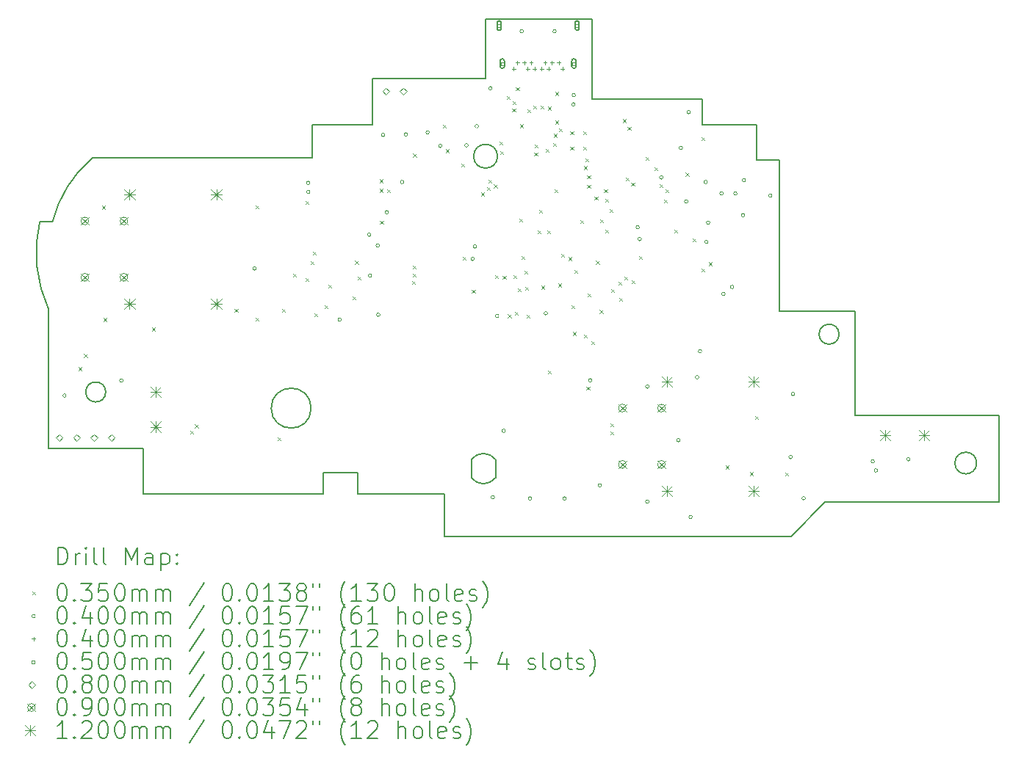
<source format=gbr>
%TF.GenerationSoftware,KiCad,Pcbnew,7.0.6*%
%TF.CreationDate,2024-04-05T10:31:45-07:00*%
%TF.ProjectId,procon_gcc_main_pcb,70726f63-6f6e-45f6-9763-635f6d61696e,1*%
%TF.SameCoordinates,Original*%
%TF.FileFunction,Drillmap*%
%TF.FilePolarity,Positive*%
%FSLAX45Y45*%
G04 Gerber Fmt 4.5, Leading zero omitted, Abs format (unit mm)*
G04 Created by KiCad (PCBNEW 7.0.6) date 2024-04-05 10:31:45*
%MOMM*%
%LPD*%
G01*
G04 APERTURE LIST*
%ADD10C,0.200000*%
%ADD11C,0.035000*%
%ADD12C,0.040000*%
%ADD13C,0.050000*%
%ADD14C,0.080000*%
%ADD15C,0.090000*%
%ADD16C,0.120000*%
G04 APERTURE END LIST*
D10*
X16360622Y-10811436D02*
X16630622Y-10811436D01*
X17155623Y-14761436D02*
X16765622Y-15161436D01*
X12765623Y-15161436D02*
X12765623Y-14671436D01*
X13378123Y-10771436D02*
G75*
G03*
X13378123Y-10771436I-137500J0D01*
G01*
X19155623Y-13761436D02*
X19155623Y-14761436D01*
X13355623Y-14270000D02*
G75*
G03*
X13075623Y-14270000I-140000J-105000D01*
G01*
X16630622Y-12561436D02*
X17500623Y-12561436D01*
X16360622Y-10411436D02*
X16360622Y-10811436D01*
X13240623Y-9871436D02*
X13240623Y-9186436D01*
X11765623Y-14421436D02*
X11365623Y-14421436D01*
X9295623Y-14141436D02*
X8205623Y-14141436D01*
X17500623Y-12561436D02*
X17500623Y-13761436D01*
X12765623Y-14671436D02*
X11765623Y-14671436D01*
X8705623Y-10791436D02*
X11240623Y-10791436D01*
X18900000Y-14311000D02*
G75*
G03*
X18900000Y-14311000I-125000J0D01*
G01*
X14470622Y-9186436D02*
X14470622Y-10111436D01*
X9295623Y-14671436D02*
X9295623Y-14141436D01*
X11940623Y-9871436D02*
X13240623Y-9871436D01*
X15740622Y-10111436D02*
X15740622Y-10411436D01*
X11365623Y-14671436D02*
X9295623Y-14671436D01*
X16765622Y-15161436D02*
X12765623Y-15161436D01*
X8101675Y-11525814D02*
X8249271Y-11525814D01*
X8205623Y-14141436D02*
X8205623Y-12541436D01*
X15740622Y-10411436D02*
X16360622Y-10411436D01*
X8862500Y-13491436D02*
G75*
G03*
X8862500Y-13491436I-115000J0D01*
G01*
X11240623Y-10411436D02*
X11940623Y-10411436D01*
X11765623Y-14671436D02*
X11765623Y-14421436D01*
X11230000Y-13677500D02*
G75*
G03*
X11230000Y-13677500I-230000J0D01*
G01*
X11240623Y-10791436D02*
X11240623Y-10411436D01*
X13240623Y-9186436D02*
X14470622Y-9186436D01*
X11365623Y-14421436D02*
X11365623Y-14671436D01*
X17500623Y-13761436D02*
X19155623Y-13761436D01*
X19155623Y-14761436D02*
X17155623Y-14761436D01*
X11940623Y-10411436D02*
X11940623Y-9871436D01*
X8101678Y-11525815D02*
G75*
G03*
X8205623Y-12541436I1538942J-355625D01*
G01*
X8705623Y-10791436D02*
G75*
G03*
X8249271Y-11525814I935000J-1089999D01*
G01*
X17315000Y-12825000D02*
G75*
G03*
X17315000Y-12825000I-115000J0D01*
G01*
X16630622Y-10811436D02*
X16630622Y-12561436D01*
X13075623Y-14480000D02*
G75*
G03*
X13355623Y-14480000I140000J105000D01*
G01*
X14470622Y-10111436D02*
X15740622Y-10111436D01*
X13075623Y-14480000D02*
X13075623Y-14270000D01*
X13355623Y-14270000D02*
X13355623Y-14480000D01*
D11*
X8552460Y-13205740D02*
X8587460Y-13240740D01*
X8587460Y-13205740D02*
X8552460Y-13240740D01*
X8613420Y-13053340D02*
X8648420Y-13088340D01*
X8648420Y-13053340D02*
X8613420Y-13088340D01*
X8821700Y-11343920D02*
X8856700Y-11378920D01*
X8856700Y-11343920D02*
X8821700Y-11378920D01*
X8834400Y-12639320D02*
X8869400Y-12674320D01*
X8869400Y-12639320D02*
X8834400Y-12674320D01*
X9398280Y-12748540D02*
X9433280Y-12783540D01*
X9433280Y-12748540D02*
X9398280Y-12783540D01*
X9835500Y-13941500D02*
X9870500Y-13976500D01*
X9870500Y-13941500D02*
X9835500Y-13976500D01*
X9891500Y-13866500D02*
X9926500Y-13901500D01*
X9926500Y-13866500D02*
X9891500Y-13901500D01*
X10348240Y-12530100D02*
X10383240Y-12565100D01*
X10383240Y-12530100D02*
X10348240Y-12565100D01*
X10589540Y-11341380D02*
X10624540Y-11376380D01*
X10624540Y-11341380D02*
X10589540Y-11376380D01*
X10592080Y-12636780D02*
X10627080Y-12671780D01*
X10627080Y-12636780D02*
X10592080Y-12671780D01*
X10847500Y-14015500D02*
X10882500Y-14050500D01*
X10882500Y-14015500D02*
X10847500Y-14050500D01*
X10891800Y-12530100D02*
X10926800Y-12565100D01*
X10926800Y-12530100D02*
X10891800Y-12565100D01*
X11023880Y-12123700D02*
X11058880Y-12158700D01*
X11058880Y-12123700D02*
X11023880Y-12158700D01*
X11166120Y-11285500D02*
X11201120Y-11320500D01*
X11201120Y-11285500D02*
X11166120Y-11320500D01*
X11168660Y-12174500D02*
X11203660Y-12209500D01*
X11203660Y-12174500D02*
X11168660Y-12209500D01*
X11224540Y-11984000D02*
X11259540Y-12019000D01*
X11259540Y-11984000D02*
X11224540Y-12019000D01*
X11247400Y-11874780D02*
X11282400Y-11909780D01*
X11282400Y-11874780D02*
X11247400Y-11909780D01*
X11267720Y-12583440D02*
X11302720Y-12618440D01*
X11302720Y-12583440D02*
X11267720Y-12618440D01*
X11387998Y-12490221D02*
X11422998Y-12525221D01*
X11422998Y-12490221D02*
X11387998Y-12525221D01*
X11430280Y-12253240D02*
X11465280Y-12288240D01*
X11465280Y-12253240D02*
X11430280Y-12288240D01*
X11707140Y-12390400D02*
X11742140Y-12425400D01*
X11742140Y-12390400D02*
X11707140Y-12425400D01*
X11737620Y-11978920D02*
X11772620Y-12013920D01*
X11772620Y-11978920D02*
X11737620Y-12013920D01*
X11765560Y-12161800D02*
X11800560Y-12196800D01*
X11800560Y-12161800D02*
X11765560Y-12196800D01*
X12019560Y-11148340D02*
X12054560Y-11183340D01*
X12054560Y-11148340D02*
X12019560Y-11183340D01*
X12022100Y-11039120D02*
X12057100Y-11074120D01*
X12057100Y-11039120D02*
X12022100Y-11074120D01*
X12024640Y-11519180D02*
X12059640Y-11554180D01*
X12059640Y-11519180D02*
X12024640Y-11554180D01*
X12105920Y-11153420D02*
X12140920Y-11188420D01*
X12140920Y-11153420D02*
X12105920Y-11188420D01*
X12390500Y-12213500D02*
X12425500Y-12248500D01*
X12425500Y-12213500D02*
X12390500Y-12248500D01*
X12402930Y-12126070D02*
X12437930Y-12161070D01*
X12437930Y-12126070D02*
X12402930Y-12161070D01*
X12404420Y-12033580D02*
X12439420Y-12068580D01*
X12439420Y-12033580D02*
X12404420Y-12068580D01*
X12405640Y-10742450D02*
X12440640Y-10777450D01*
X12440640Y-10742450D02*
X12405640Y-10777450D01*
X12746647Y-10409847D02*
X12781647Y-10444847D01*
X12781647Y-10409847D02*
X12746647Y-10444847D01*
X12784100Y-10691650D02*
X12819100Y-10726650D01*
X12819100Y-10691650D02*
X12784100Y-10726650D01*
X12961900Y-10858780D02*
X12996900Y-10893780D01*
X12996900Y-10858780D02*
X12961900Y-10893780D01*
X12979680Y-11930660D02*
X13014680Y-11965660D01*
X13014680Y-11930660D02*
X12979680Y-11965660D01*
X13083820Y-12314200D02*
X13118820Y-12349200D01*
X13118820Y-12314200D02*
X13083820Y-12349200D01*
X13191453Y-11191347D02*
X13226453Y-11226347D01*
X13226453Y-11191347D02*
X13191453Y-11226347D01*
X13254817Y-11129743D02*
X13289817Y-11164743D01*
X13289817Y-11129743D02*
X13254817Y-11164743D01*
X13271780Y-11041660D02*
X13306780Y-11076660D01*
X13306780Y-11041660D02*
X13271780Y-11076660D01*
X13337820Y-11097540D02*
X13372820Y-11132540D01*
X13372820Y-11097540D02*
X13337820Y-11132540D01*
X13353060Y-12146560D02*
X13388060Y-12181560D01*
X13388060Y-12146560D02*
X13353060Y-12181560D01*
X13403860Y-10604780D02*
X13438860Y-10639780D01*
X13438860Y-10604780D02*
X13403860Y-10639780D01*
X13410210Y-10716409D02*
X13445210Y-10751409D01*
X13445210Y-10716409D02*
X13410210Y-10751409D01*
X13439420Y-12149100D02*
X13474420Y-12184100D01*
X13474420Y-12149100D02*
X13439420Y-12184100D01*
X13485140Y-10079000D02*
X13520140Y-10114000D01*
X13520140Y-10079000D02*
X13485140Y-10114000D01*
X13497840Y-12596140D02*
X13532840Y-12631140D01*
X13532840Y-12596140D02*
X13497840Y-12631140D01*
X13548640Y-10221240D02*
X13583640Y-10256240D01*
X13583640Y-10221240D02*
X13548640Y-10256240D01*
X13551180Y-10134880D02*
X13586180Y-10169880D01*
X13586180Y-10134880D02*
X13551180Y-10169880D01*
X13563880Y-12146560D02*
X13598880Y-12181560D01*
X13598880Y-12146560D02*
X13563880Y-12181560D01*
X13581660Y-12568200D02*
X13616660Y-12603200D01*
X13616660Y-12568200D02*
X13581660Y-12603200D01*
X13591820Y-9974860D02*
X13626820Y-10009860D01*
X13626820Y-9974860D02*
X13591820Y-10009860D01*
X13612140Y-12296420D02*
X13647140Y-12331420D01*
X13647140Y-12296420D02*
X13612140Y-12331420D01*
X13627380Y-11493780D02*
X13662380Y-11528780D01*
X13662380Y-11493780D02*
X13627380Y-11528780D01*
X13638027Y-10404022D02*
X13673027Y-10439022D01*
X13673027Y-10404022D02*
X13638027Y-10439022D01*
X13657860Y-11925580D02*
X13692860Y-11960580D01*
X13692860Y-11925580D02*
X13657860Y-11960580D01*
X13689736Y-12095659D02*
X13724736Y-12130659D01*
X13724736Y-12095659D02*
X13689736Y-12130659D01*
X13698500Y-12281180D02*
X13733500Y-12316180D01*
X13733500Y-12281180D02*
X13698500Y-12316180D01*
X13716280Y-12598680D02*
X13751280Y-12633680D01*
X13751280Y-12598680D02*
X13716280Y-12633680D01*
X13719224Y-10228803D02*
X13754224Y-10263803D01*
X13754224Y-10228803D02*
X13719224Y-10263803D01*
X13793019Y-10186450D02*
X13828019Y-10221450D01*
X13828019Y-10186450D02*
X13793019Y-10221450D01*
X13803369Y-10727702D02*
X13838369Y-10762702D01*
X13838369Y-10727702D02*
X13803369Y-10762702D01*
X13803940Y-10635161D02*
X13838940Y-10670161D01*
X13838940Y-10635161D02*
X13803940Y-10670161D01*
X13844550Y-11630809D02*
X13879550Y-11665809D01*
X13879550Y-11630809D02*
X13844550Y-11665809D01*
X13861060Y-11392180D02*
X13896060Y-11427180D01*
X13896060Y-11392180D02*
X13861060Y-11427180D01*
X13878205Y-10189316D02*
X13913205Y-10224316D01*
X13913205Y-10189316D02*
X13878205Y-10224316D01*
X13881380Y-12265940D02*
X13916380Y-12300940D01*
X13916380Y-12265940D02*
X13881380Y-12300940D01*
X13932293Y-10685600D02*
X13967293Y-10720600D01*
X13967293Y-10685600D02*
X13932293Y-10720600D01*
X13948690Y-11625729D02*
X13983690Y-11660729D01*
X13983690Y-11625729D02*
X13948690Y-11660729D01*
X13957580Y-13246380D02*
X13992580Y-13281380D01*
X13992580Y-13246380D02*
X13957580Y-13281380D01*
X13962776Y-10200502D02*
X13997776Y-10235502D01*
X13997776Y-10200502D02*
X13962776Y-10235502D01*
X14020500Y-10621500D02*
X14055500Y-10656500D01*
X14055500Y-10621500D02*
X14020500Y-10656500D01*
X14029583Y-10513647D02*
X14064583Y-10548647D01*
X14064583Y-10513647D02*
X14029583Y-10548647D01*
X14037753Y-11150548D02*
X14072753Y-11185548D01*
X14072753Y-11150548D02*
X14037753Y-11185548D01*
X14041313Y-10360940D02*
X14076313Y-10395940D01*
X14076313Y-10360940D02*
X14041313Y-10395940D01*
X14041400Y-10030740D02*
X14076400Y-10065740D01*
X14076400Y-10030740D02*
X14041400Y-10065740D01*
X14075193Y-12241313D02*
X14110193Y-12276313D01*
X14110193Y-12241313D02*
X14075193Y-12276313D01*
X14088345Y-10451876D02*
X14123345Y-10486876D01*
X14123345Y-10451876D02*
X14088345Y-10486876D01*
X14115060Y-11897640D02*
X14150060Y-11932640D01*
X14150060Y-11897640D02*
X14115060Y-11932640D01*
X14193800Y-11935740D02*
X14228800Y-11970740D01*
X14228800Y-11935740D02*
X14193800Y-11970740D01*
X14217500Y-10481250D02*
X14252500Y-10516250D01*
X14252500Y-10481250D02*
X14217500Y-10516250D01*
X14217500Y-10663885D02*
X14252500Y-10698885D01*
X14252500Y-10663885D02*
X14217500Y-10698885D01*
X14231900Y-12492000D02*
X14266900Y-12527000D01*
X14266900Y-12492000D02*
X14231900Y-12527000D01*
X14249680Y-12799340D02*
X14284680Y-12834340D01*
X14284680Y-12799340D02*
X14249680Y-12834340D01*
X14264920Y-12086313D02*
X14299920Y-12121313D01*
X14299920Y-12086313D02*
X14264920Y-12121313D01*
X14334507Y-11510306D02*
X14369507Y-11545306D01*
X14369507Y-11510306D02*
X14334507Y-11545306D01*
X14369500Y-10481250D02*
X14404500Y-10516250D01*
X14404500Y-10481250D02*
X14369500Y-10516250D01*
X14369500Y-10663750D02*
X14404500Y-10698750D01*
X14404500Y-10663750D02*
X14369500Y-10698750D01*
X14371600Y-10886720D02*
X14406600Y-10921720D01*
X14406600Y-10886720D02*
X14371600Y-10921720D01*
X14371600Y-12827280D02*
X14406600Y-12862280D01*
X14406600Y-12827280D02*
X14371600Y-12862280D01*
X14393500Y-10799500D02*
X14428500Y-10834500D01*
X14428500Y-10799500D02*
X14393500Y-10834500D01*
X14404620Y-13429260D02*
X14439620Y-13464260D01*
X14439620Y-13429260D02*
X14404620Y-13464260D01*
X14412240Y-10993400D02*
X14447240Y-11028400D01*
X14447240Y-10993400D02*
X14412240Y-11028400D01*
X14412240Y-11102620D02*
X14447240Y-11137620D01*
X14447240Y-11102620D02*
X14412240Y-11137620D01*
X14419860Y-12352300D02*
X14454860Y-12387300D01*
X14454860Y-12352300D02*
X14419860Y-12387300D01*
X14457960Y-12906020D02*
X14492960Y-12941020D01*
X14492960Y-12906020D02*
X14457960Y-12941020D01*
X14496981Y-11235822D02*
X14531981Y-11270822D01*
X14531981Y-11235822D02*
X14496981Y-11270822D01*
X14513840Y-11978920D02*
X14548840Y-12013920D01*
X14548840Y-11978920D02*
X14513840Y-12013920D01*
X14557020Y-12545340D02*
X14592020Y-12580340D01*
X14592020Y-12545340D02*
X14557020Y-12580340D01*
X14563351Y-11503363D02*
X14598351Y-11538363D01*
X14598351Y-11503363D02*
X14563351Y-11538363D01*
X14607820Y-11153420D02*
X14642820Y-11188420D01*
X14642820Y-11153420D02*
X14607820Y-11188420D01*
X14619140Y-11261415D02*
X14654140Y-11296415D01*
X14654140Y-11261415D02*
X14619140Y-11296415D01*
X14620500Y-11620500D02*
X14655500Y-11655500D01*
X14655500Y-11620500D02*
X14620500Y-11655500D01*
X14673755Y-11384738D02*
X14708755Y-11419738D01*
X14708755Y-11384738D02*
X14673755Y-11419738D01*
X14681480Y-13853440D02*
X14716480Y-13888440D01*
X14716480Y-13853440D02*
X14681480Y-13888440D01*
X14681480Y-13944880D02*
X14716480Y-13979880D01*
X14716480Y-13944880D02*
X14681480Y-13979880D01*
X14686560Y-12306580D02*
X14721560Y-12341580D01*
X14721560Y-12306580D02*
X14686560Y-12341580D01*
X14775460Y-12220220D02*
X14810460Y-12255220D01*
X14810460Y-12220220D02*
X14775460Y-12255220D01*
X14778000Y-12403100D02*
X14813000Y-12438100D01*
X14813000Y-12403100D02*
X14778000Y-12438100D01*
X14825000Y-10345000D02*
X14860000Y-10380000D01*
X14860000Y-10345000D02*
X14825000Y-10380000D01*
X14841500Y-12161800D02*
X14876500Y-12196800D01*
X14876500Y-12161800D02*
X14841500Y-12196800D01*
X14859280Y-11019440D02*
X14894280Y-11054440D01*
X14894280Y-11019440D02*
X14859280Y-11054440D01*
X14878500Y-10430500D02*
X14913500Y-10465500D01*
X14913500Y-10430500D02*
X14878500Y-10465500D01*
X14920240Y-11079760D02*
X14955240Y-11114760D01*
X14955240Y-11079760D02*
X14920240Y-11114760D01*
X14921255Y-12201870D02*
X14956255Y-12236870D01*
X14956255Y-12201870D02*
X14921255Y-12236870D01*
X15009140Y-11923040D02*
X15044140Y-11958040D01*
X15044140Y-11923040D02*
X15009140Y-11958040D01*
X15085000Y-10777500D02*
X15120000Y-10812500D01*
X15120000Y-10777500D02*
X15085000Y-10812500D01*
X15185239Y-10899148D02*
X15220239Y-10934148D01*
X15220239Y-10899148D02*
X15185239Y-10934148D01*
X15244320Y-11090686D02*
X15279320Y-11125686D01*
X15279320Y-11090686D02*
X15244320Y-11125686D01*
X15296500Y-11274500D02*
X15331500Y-11309500D01*
X15331500Y-11274500D02*
X15296500Y-11309500D01*
X15317500Y-11150000D02*
X15352500Y-11185000D01*
X15352500Y-11150000D02*
X15317500Y-11185000D01*
X15414500Y-11619500D02*
X15449500Y-11654500D01*
X15449500Y-11619500D02*
X15414500Y-11654500D01*
X15547500Y-10962500D02*
X15582500Y-10997500D01*
X15582500Y-10962500D02*
X15547500Y-10997500D01*
X15624500Y-11719500D02*
X15659500Y-11754500D01*
X15659500Y-11719500D02*
X15624500Y-11754500D01*
X15725500Y-10548500D02*
X15760500Y-10583500D01*
X15760500Y-10548500D02*
X15725500Y-10583500D01*
X15730000Y-12065000D02*
X15765000Y-12100000D01*
X15765000Y-12065000D02*
X15730000Y-12100000D01*
X15812500Y-11995000D02*
X15847500Y-12030000D01*
X15847500Y-11995000D02*
X15812500Y-12030000D01*
X16007360Y-14341120D02*
X16042360Y-14376120D01*
X16042360Y-14341120D02*
X16007360Y-14376120D01*
X16286760Y-14417320D02*
X16321760Y-14452320D01*
X16321760Y-14417320D02*
X16286760Y-14452320D01*
X16345180Y-13767080D02*
X16380180Y-13802080D01*
X16380180Y-13767080D02*
X16345180Y-13802080D01*
X16695700Y-14419860D02*
X16730700Y-14454860D01*
X16730700Y-14419860D02*
X16695700Y-14454860D01*
D12*
X8407080Y-13533120D02*
G75*
G03*
X8407080Y-13533120I-20000J0D01*
G01*
X9062400Y-13360400D02*
G75*
G03*
X9062400Y-13360400I-20000J0D01*
G01*
X10596560Y-12067540D02*
G75*
G03*
X10596560Y-12067540I-20000J0D01*
G01*
X11216320Y-11077780D02*
G75*
G03*
X11216320Y-11077780I-20000J0D01*
G01*
X11216320Y-11182780D02*
G75*
G03*
X11216320Y-11182780I-20000J0D01*
G01*
X11579540Y-12656820D02*
G75*
G03*
X11579540Y-12656820I-20000J0D01*
G01*
X11920670Y-11677410D02*
G75*
G03*
X11920670Y-11677410I-20000J0D01*
G01*
X11927520Y-12148820D02*
G75*
G03*
X11927520Y-12148820I-20000J0D01*
G01*
X12018392Y-11802239D02*
G75*
G03*
X12018392Y-11802239I-20000J0D01*
G01*
X12024000Y-12600000D02*
G75*
G03*
X12024000Y-12600000I-20000J0D01*
G01*
X12079920Y-10525760D02*
G75*
G03*
X12079920Y-10525760I-20000J0D01*
G01*
X12123100Y-11417300D02*
G75*
G03*
X12123100Y-11417300I-20000J0D01*
G01*
X12298360Y-11069320D02*
G75*
G03*
X12298360Y-11069320I-20000J0D01*
G01*
X12341540Y-10520680D02*
G75*
G03*
X12341540Y-10520680I-20000J0D01*
G01*
X12592272Y-10495609D02*
G75*
G03*
X12592272Y-10495609I-20000J0D01*
G01*
X12737724Y-10652945D02*
G75*
G03*
X12737724Y-10652945I-20000J0D01*
G01*
X13039984Y-10644452D02*
G75*
G03*
X13039984Y-10644452I-20000J0D01*
G01*
X13111160Y-11955780D02*
G75*
G03*
X13111160Y-11955780I-20000J0D01*
G01*
X13139100Y-11813540D02*
G75*
G03*
X13139100Y-11813540I-20000J0D01*
G01*
X13159420Y-10424160D02*
G75*
G03*
X13159420Y-10424160I-20000J0D01*
G01*
X13316900Y-9987280D02*
G75*
G03*
X13316900Y-9987280I-20000J0D01*
G01*
X13344000Y-14707000D02*
G75*
G03*
X13344000Y-14707000I-20000J0D01*
G01*
X13393100Y-12613640D02*
G75*
G03*
X13393100Y-12613640I-20000J0D01*
G01*
X13469300Y-13939520D02*
G75*
G03*
X13469300Y-13939520I-20000J0D01*
G01*
X13677580Y-9329420D02*
G75*
G03*
X13677580Y-9329420I-20000J0D01*
G01*
X13774000Y-14719000D02*
G75*
G03*
X13774000Y-14719000I-20000J0D01*
G01*
X13954440Y-12583160D02*
G75*
G03*
X13954440Y-12583160I-20000J0D01*
G01*
X14056040Y-9329420D02*
G75*
G03*
X14056040Y-9329420I-20000J0D01*
G01*
X14171000Y-14719000D02*
G75*
G03*
X14171000Y-14719000I-20000J0D01*
G01*
X14274480Y-10172700D02*
G75*
G03*
X14274480Y-10172700I-20000J0D01*
G01*
X14277020Y-10066020D02*
G75*
G03*
X14277020Y-10066020I-20000J0D01*
G01*
X14467520Y-13357860D02*
G75*
G03*
X14467520Y-13357860I-20000J0D01*
G01*
X14577000Y-14569000D02*
G75*
G03*
X14577000Y-14569000I-20000J0D01*
G01*
X15013620Y-11590020D02*
G75*
G03*
X15013620Y-11590020I-20000J0D01*
G01*
X15036480Y-11727180D02*
G75*
G03*
X15036480Y-11727180I-20000J0D01*
G01*
X15125380Y-13428980D02*
G75*
G03*
X15125380Y-13428980I-20000J0D01*
G01*
X15125380Y-14754860D02*
G75*
G03*
X15125380Y-14754860I-20000J0D01*
G01*
X15285720Y-11016300D02*
G75*
G03*
X15285720Y-11016300I-20000J0D01*
G01*
X15483520Y-14048740D02*
G75*
G03*
X15483520Y-14048740I-20000J0D01*
G01*
X15511000Y-10675000D02*
G75*
G03*
X15511000Y-10675000I-20000J0D01*
G01*
X15572894Y-11293235D02*
G75*
G03*
X15572894Y-11293235I-20000J0D01*
G01*
X15601000Y-10262000D02*
G75*
G03*
X15601000Y-10262000I-20000J0D01*
G01*
X15623220Y-14932660D02*
G75*
G03*
X15623220Y-14932660I-20000J0D01*
G01*
X15699420Y-13322300D02*
G75*
G03*
X15699420Y-13322300I-20000J0D01*
G01*
X15732440Y-13022580D02*
G75*
G03*
X15732440Y-13022580I-20000J0D01*
G01*
X15798203Y-11069043D02*
G75*
G03*
X15798203Y-11069043I-20000J0D01*
G01*
X15805000Y-11760000D02*
G75*
G03*
X15805000Y-11760000I-20000J0D01*
G01*
X15825574Y-11536680D02*
G75*
G03*
X15825574Y-11536680I-20000J0D01*
G01*
X15980710Y-11201515D02*
G75*
G03*
X15980710Y-11201515I-20000J0D01*
G01*
X16002500Y-12360000D02*
G75*
G03*
X16002500Y-12360000I-20000J0D01*
G01*
X16102500Y-12280000D02*
G75*
G03*
X16102500Y-12280000I-20000J0D01*
G01*
X16139927Y-11200979D02*
G75*
G03*
X16139927Y-11200979I-20000J0D01*
G01*
X16228000Y-11451000D02*
G75*
G03*
X16228000Y-11451000I-20000J0D01*
G01*
X16237590Y-11047859D02*
G75*
G03*
X16237590Y-11047859I-20000J0D01*
G01*
X16542700Y-11224260D02*
G75*
G03*
X16542700Y-11224260I-20000J0D01*
G01*
X16776380Y-14241780D02*
G75*
G03*
X16776380Y-14241780I-20000J0D01*
G01*
X16804320Y-13515340D02*
G75*
G03*
X16804320Y-13515340I-20000J0D01*
G01*
X16926240Y-14716760D02*
G75*
G03*
X16926240Y-14716760I-20000J0D01*
G01*
X17723000Y-14291000D02*
G75*
G03*
X17723000Y-14291000I-20000J0D01*
G01*
X17759000Y-14396000D02*
G75*
G03*
X17759000Y-14396000I-20000J0D01*
G01*
X18135000Y-14268000D02*
G75*
G03*
X18135000Y-14268000I-20000J0D01*
G01*
X13566000Y-9742500D02*
X13566000Y-9782500D01*
X13546000Y-9762500D02*
X13586000Y-9762500D01*
X13606000Y-9672500D02*
X13606000Y-9712500D01*
X13586000Y-9692500D02*
X13626000Y-9692500D01*
X13686000Y-9672500D02*
X13686000Y-9712500D01*
X13666000Y-9692500D02*
X13706000Y-9692500D01*
X13726000Y-9742500D02*
X13726000Y-9782500D01*
X13706000Y-9762500D02*
X13746000Y-9762500D01*
X13766000Y-9672500D02*
X13766000Y-9712500D01*
X13746000Y-9692500D02*
X13786000Y-9692500D01*
X13806000Y-9742500D02*
X13806000Y-9782500D01*
X13786000Y-9762500D02*
X13826000Y-9762500D01*
X13886000Y-9742500D02*
X13886000Y-9782500D01*
X13866000Y-9762500D02*
X13906000Y-9762500D01*
X13926000Y-9672500D02*
X13926000Y-9712500D01*
X13906000Y-9692500D02*
X13946000Y-9692500D01*
X13966000Y-9742500D02*
X13966000Y-9782500D01*
X13946000Y-9762500D02*
X13986000Y-9762500D01*
X14006000Y-9672500D02*
X14006000Y-9712500D01*
X13986000Y-9692500D02*
X14026000Y-9692500D01*
X14086000Y-9672500D02*
X14086000Y-9712500D01*
X14066000Y-9692500D02*
X14106000Y-9692500D01*
X14126000Y-9742500D02*
X14126000Y-9782500D01*
X14106000Y-9762500D02*
X14146000Y-9762500D01*
D13*
X13414678Y-9281178D02*
X13414678Y-9245822D01*
X13379322Y-9245822D01*
X13379322Y-9281178D01*
X13414678Y-9281178D01*
D10*
X13422000Y-9293500D02*
X13422000Y-9233500D01*
X13422000Y-9233500D02*
G75*
G03*
X13372000Y-9233500I-25000J0D01*
G01*
X13372000Y-9233500D02*
X13372000Y-9293500D01*
X13372000Y-9293500D02*
G75*
G03*
X13422000Y-9293500I25000J0D01*
G01*
D13*
X13450678Y-9720178D02*
X13450678Y-9684822D01*
X13415322Y-9684822D01*
X13415322Y-9720178D01*
X13450678Y-9720178D01*
D10*
X13458000Y-9732500D02*
X13458000Y-9672500D01*
X13458000Y-9672500D02*
G75*
G03*
X13408000Y-9672500I-25000J0D01*
G01*
X13408000Y-9672500D02*
X13408000Y-9732500D01*
X13408000Y-9732500D02*
G75*
G03*
X13458000Y-9732500I25000J0D01*
G01*
D13*
X14276678Y-9720178D02*
X14276678Y-9684822D01*
X14241322Y-9684822D01*
X14241322Y-9720178D01*
X14276678Y-9720178D01*
D10*
X14284000Y-9732500D02*
X14284000Y-9672500D01*
X14284000Y-9672500D02*
G75*
G03*
X14234000Y-9672500I-25000J0D01*
G01*
X14234000Y-9672500D02*
X14234000Y-9732500D01*
X14234000Y-9732500D02*
G75*
G03*
X14284000Y-9732500I25000J0D01*
G01*
D13*
X14312678Y-9281178D02*
X14312678Y-9245822D01*
X14277322Y-9245822D01*
X14277322Y-9281178D01*
X14312678Y-9281178D01*
D10*
X14320000Y-9293500D02*
X14320000Y-9233500D01*
X14320000Y-9233500D02*
G75*
G03*
X14270000Y-9233500I-25000J0D01*
G01*
X14270000Y-9233500D02*
X14270000Y-9293500D01*
X14270000Y-9293500D02*
G75*
G03*
X14320000Y-9293500I25000J0D01*
G01*
D14*
X8327440Y-14058260D02*
X8367440Y-14018260D01*
X8327440Y-13978260D01*
X8287440Y-14018260D01*
X8327440Y-14058260D01*
X8527440Y-14058260D02*
X8567440Y-14018260D01*
X8527440Y-13978260D01*
X8487440Y-14018260D01*
X8527440Y-14058260D01*
X8727440Y-14058260D02*
X8767440Y-14018260D01*
X8727440Y-13978260D01*
X8687440Y-14018260D01*
X8727440Y-14058260D01*
X8927440Y-14058260D02*
X8967440Y-14018260D01*
X8927440Y-13978260D01*
X8887440Y-14018260D01*
X8927440Y-14058260D01*
X12092000Y-10062840D02*
X12132000Y-10022840D01*
X12092000Y-9982840D01*
X12052000Y-10022840D01*
X12092000Y-10062840D01*
X12292000Y-10062840D02*
X12332000Y-10022840D01*
X12292000Y-9982840D01*
X12252000Y-10022840D01*
X12292000Y-10062840D01*
D15*
X8577700Y-11473260D02*
X8667700Y-11563260D01*
X8667700Y-11473260D02*
X8577700Y-11563260D01*
X8667700Y-11518260D02*
G75*
G03*
X8667700Y-11518260I-45000J0D01*
G01*
X8577700Y-12123260D02*
X8667700Y-12213260D01*
X8667700Y-12123260D02*
X8577700Y-12213260D01*
X8667700Y-12168260D02*
G75*
G03*
X8667700Y-12168260I-45000J0D01*
G01*
X9027700Y-11473260D02*
X9117700Y-11563260D01*
X9117700Y-11473260D02*
X9027700Y-11563260D01*
X9117700Y-11518260D02*
G75*
G03*
X9117700Y-11518260I-45000J0D01*
G01*
X9027700Y-12123260D02*
X9117700Y-12213260D01*
X9117700Y-12123260D02*
X9027700Y-12213260D01*
X9117700Y-12168260D02*
G75*
G03*
X9117700Y-12168260I-45000J0D01*
G01*
X14772020Y-13632200D02*
X14862020Y-13722200D01*
X14862020Y-13632200D02*
X14772020Y-13722200D01*
X14862020Y-13677200D02*
G75*
G03*
X14862020Y-13677200I-45000J0D01*
G01*
X14772020Y-14282200D02*
X14862020Y-14372200D01*
X14862020Y-14282200D02*
X14772020Y-14372200D01*
X14862020Y-14327200D02*
G75*
G03*
X14862020Y-14327200I-45000J0D01*
G01*
X15222020Y-13632200D02*
X15312020Y-13722200D01*
X15312020Y-13632200D02*
X15222020Y-13722200D01*
X15312020Y-13677200D02*
G75*
G03*
X15312020Y-13677200I-45000J0D01*
G01*
X15222020Y-14282200D02*
X15312020Y-14372200D01*
X15312020Y-14282200D02*
X15222020Y-14372200D01*
X15312020Y-14327200D02*
G75*
G03*
X15312020Y-14327200I-45000J0D01*
G01*
D16*
X9077700Y-11150760D02*
X9197700Y-11270760D01*
X9197700Y-11150760D02*
X9077700Y-11270760D01*
X9137700Y-11150760D02*
X9137700Y-11270760D01*
X9077700Y-11210760D02*
X9197700Y-11210760D01*
X9077700Y-12415760D02*
X9197700Y-12535760D01*
X9197700Y-12415760D02*
X9077700Y-12535760D01*
X9137700Y-12415760D02*
X9137700Y-12535760D01*
X9077700Y-12475760D02*
X9197700Y-12475760D01*
X9378256Y-13433831D02*
X9498256Y-13553831D01*
X9498256Y-13433831D02*
X9378256Y-13553831D01*
X9438256Y-13433831D02*
X9438256Y-13553831D01*
X9378256Y-13493831D02*
X9498256Y-13493831D01*
X9378256Y-13833220D02*
X9498256Y-13953220D01*
X9498256Y-13833220D02*
X9378256Y-13953220D01*
X9438256Y-13833220D02*
X9438256Y-13953220D01*
X9378256Y-13893220D02*
X9498256Y-13893220D01*
X10077700Y-11150760D02*
X10197700Y-11270760D01*
X10197700Y-11150760D02*
X10077700Y-11270760D01*
X10137700Y-11150760D02*
X10137700Y-11270760D01*
X10077700Y-11210760D02*
X10197700Y-11210760D01*
X10077700Y-12415760D02*
X10197700Y-12535760D01*
X10197700Y-12415760D02*
X10077700Y-12535760D01*
X10137700Y-12415760D02*
X10137700Y-12535760D01*
X10077700Y-12475760D02*
X10197700Y-12475760D01*
X15272020Y-13309700D02*
X15392020Y-13429700D01*
X15392020Y-13309700D02*
X15272020Y-13429700D01*
X15332020Y-13309700D02*
X15332020Y-13429700D01*
X15272020Y-13369700D02*
X15392020Y-13369700D01*
X15272020Y-14574700D02*
X15392020Y-14694700D01*
X15392020Y-14574700D02*
X15272020Y-14694700D01*
X15332020Y-14574700D02*
X15332020Y-14694700D01*
X15272020Y-14634700D02*
X15392020Y-14634700D01*
X16272020Y-13309700D02*
X16392020Y-13429700D01*
X16392020Y-13309700D02*
X16272020Y-13429700D01*
X16332020Y-13309700D02*
X16332020Y-13429700D01*
X16272020Y-13369700D02*
X16392020Y-13369700D01*
X16272020Y-14574700D02*
X16392020Y-14694700D01*
X16392020Y-14574700D02*
X16272020Y-14694700D01*
X16332020Y-14574700D02*
X16332020Y-14694700D01*
X16272020Y-14634700D02*
X16392020Y-14634700D01*
X17788000Y-13931000D02*
X17908000Y-14051000D01*
X17908000Y-13931000D02*
X17788000Y-14051000D01*
X17848000Y-13931000D02*
X17848000Y-14051000D01*
X17788000Y-13991000D02*
X17908000Y-13991000D01*
X18238000Y-13931000D02*
X18358000Y-14051000D01*
X18358000Y-13931000D02*
X18238000Y-14051000D01*
X18298000Y-13931000D02*
X18298000Y-14051000D01*
X18238000Y-13991000D02*
X18358000Y-13991000D01*
D10*
X8311899Y-15482919D02*
X8311899Y-15282919D01*
X8311899Y-15282919D02*
X8359518Y-15282919D01*
X8359518Y-15282919D02*
X8388090Y-15292443D01*
X8388090Y-15292443D02*
X8407138Y-15311491D01*
X8407138Y-15311491D02*
X8416661Y-15330538D01*
X8416661Y-15330538D02*
X8426185Y-15368634D01*
X8426185Y-15368634D02*
X8426185Y-15397205D01*
X8426185Y-15397205D02*
X8416661Y-15435300D01*
X8416661Y-15435300D02*
X8407138Y-15454348D01*
X8407138Y-15454348D02*
X8388090Y-15473396D01*
X8388090Y-15473396D02*
X8359518Y-15482919D01*
X8359518Y-15482919D02*
X8311899Y-15482919D01*
X8511899Y-15482919D02*
X8511899Y-15349586D01*
X8511899Y-15387681D02*
X8521423Y-15368634D01*
X8521423Y-15368634D02*
X8530947Y-15359110D01*
X8530947Y-15359110D02*
X8549995Y-15349586D01*
X8549995Y-15349586D02*
X8569042Y-15349586D01*
X8635709Y-15482919D02*
X8635709Y-15349586D01*
X8635709Y-15282919D02*
X8626185Y-15292443D01*
X8626185Y-15292443D02*
X8635709Y-15301967D01*
X8635709Y-15301967D02*
X8645233Y-15292443D01*
X8645233Y-15292443D02*
X8635709Y-15282919D01*
X8635709Y-15282919D02*
X8635709Y-15301967D01*
X8759518Y-15482919D02*
X8740471Y-15473396D01*
X8740471Y-15473396D02*
X8730947Y-15454348D01*
X8730947Y-15454348D02*
X8730947Y-15282919D01*
X8864280Y-15482919D02*
X8845233Y-15473396D01*
X8845233Y-15473396D02*
X8835709Y-15454348D01*
X8835709Y-15454348D02*
X8835709Y-15282919D01*
X9092852Y-15482919D02*
X9092852Y-15282919D01*
X9092852Y-15282919D02*
X9159519Y-15425777D01*
X9159519Y-15425777D02*
X9226185Y-15282919D01*
X9226185Y-15282919D02*
X9226185Y-15482919D01*
X9407138Y-15482919D02*
X9407138Y-15378158D01*
X9407138Y-15378158D02*
X9397614Y-15359110D01*
X9397614Y-15359110D02*
X9378566Y-15349586D01*
X9378566Y-15349586D02*
X9340471Y-15349586D01*
X9340471Y-15349586D02*
X9321423Y-15359110D01*
X9407138Y-15473396D02*
X9388090Y-15482919D01*
X9388090Y-15482919D02*
X9340471Y-15482919D01*
X9340471Y-15482919D02*
X9321423Y-15473396D01*
X9321423Y-15473396D02*
X9311899Y-15454348D01*
X9311899Y-15454348D02*
X9311899Y-15435300D01*
X9311899Y-15435300D02*
X9321423Y-15416253D01*
X9321423Y-15416253D02*
X9340471Y-15406729D01*
X9340471Y-15406729D02*
X9388090Y-15406729D01*
X9388090Y-15406729D02*
X9407138Y-15397205D01*
X9502376Y-15349586D02*
X9502376Y-15549586D01*
X9502376Y-15359110D02*
X9521423Y-15349586D01*
X9521423Y-15349586D02*
X9559519Y-15349586D01*
X9559519Y-15349586D02*
X9578566Y-15359110D01*
X9578566Y-15359110D02*
X9588090Y-15368634D01*
X9588090Y-15368634D02*
X9597614Y-15387681D01*
X9597614Y-15387681D02*
X9597614Y-15444824D01*
X9597614Y-15444824D02*
X9588090Y-15463872D01*
X9588090Y-15463872D02*
X9578566Y-15473396D01*
X9578566Y-15473396D02*
X9559519Y-15482919D01*
X9559519Y-15482919D02*
X9521423Y-15482919D01*
X9521423Y-15482919D02*
X9502376Y-15473396D01*
X9683328Y-15463872D02*
X9692852Y-15473396D01*
X9692852Y-15473396D02*
X9683328Y-15482919D01*
X9683328Y-15482919D02*
X9673804Y-15473396D01*
X9673804Y-15473396D02*
X9683328Y-15463872D01*
X9683328Y-15463872D02*
X9683328Y-15482919D01*
X9683328Y-15359110D02*
X9692852Y-15368634D01*
X9692852Y-15368634D02*
X9683328Y-15378158D01*
X9683328Y-15378158D02*
X9673804Y-15368634D01*
X9673804Y-15368634D02*
X9683328Y-15359110D01*
X9683328Y-15359110D02*
X9683328Y-15378158D01*
D11*
X8016123Y-15793936D02*
X8051123Y-15828936D01*
X8051123Y-15793936D02*
X8016123Y-15828936D01*
D10*
X8349995Y-15702919D02*
X8369042Y-15702919D01*
X8369042Y-15702919D02*
X8388090Y-15712443D01*
X8388090Y-15712443D02*
X8397614Y-15721967D01*
X8397614Y-15721967D02*
X8407138Y-15741015D01*
X8407138Y-15741015D02*
X8416661Y-15779110D01*
X8416661Y-15779110D02*
X8416661Y-15826729D01*
X8416661Y-15826729D02*
X8407138Y-15864824D01*
X8407138Y-15864824D02*
X8397614Y-15883872D01*
X8397614Y-15883872D02*
X8388090Y-15893396D01*
X8388090Y-15893396D02*
X8369042Y-15902919D01*
X8369042Y-15902919D02*
X8349995Y-15902919D01*
X8349995Y-15902919D02*
X8330947Y-15893396D01*
X8330947Y-15893396D02*
X8321423Y-15883872D01*
X8321423Y-15883872D02*
X8311899Y-15864824D01*
X8311899Y-15864824D02*
X8302376Y-15826729D01*
X8302376Y-15826729D02*
X8302376Y-15779110D01*
X8302376Y-15779110D02*
X8311899Y-15741015D01*
X8311899Y-15741015D02*
X8321423Y-15721967D01*
X8321423Y-15721967D02*
X8330947Y-15712443D01*
X8330947Y-15712443D02*
X8349995Y-15702919D01*
X8502376Y-15883872D02*
X8511899Y-15893396D01*
X8511899Y-15893396D02*
X8502376Y-15902919D01*
X8502376Y-15902919D02*
X8492852Y-15893396D01*
X8492852Y-15893396D02*
X8502376Y-15883872D01*
X8502376Y-15883872D02*
X8502376Y-15902919D01*
X8578566Y-15702919D02*
X8702376Y-15702919D01*
X8702376Y-15702919D02*
X8635709Y-15779110D01*
X8635709Y-15779110D02*
X8664280Y-15779110D01*
X8664280Y-15779110D02*
X8683328Y-15788634D01*
X8683328Y-15788634D02*
X8692852Y-15798158D01*
X8692852Y-15798158D02*
X8702376Y-15817205D01*
X8702376Y-15817205D02*
X8702376Y-15864824D01*
X8702376Y-15864824D02*
X8692852Y-15883872D01*
X8692852Y-15883872D02*
X8683328Y-15893396D01*
X8683328Y-15893396D02*
X8664280Y-15902919D01*
X8664280Y-15902919D02*
X8607138Y-15902919D01*
X8607138Y-15902919D02*
X8588090Y-15893396D01*
X8588090Y-15893396D02*
X8578566Y-15883872D01*
X8883328Y-15702919D02*
X8788090Y-15702919D01*
X8788090Y-15702919D02*
X8778566Y-15798158D01*
X8778566Y-15798158D02*
X8788090Y-15788634D01*
X8788090Y-15788634D02*
X8807138Y-15779110D01*
X8807138Y-15779110D02*
X8854757Y-15779110D01*
X8854757Y-15779110D02*
X8873804Y-15788634D01*
X8873804Y-15788634D02*
X8883328Y-15798158D01*
X8883328Y-15798158D02*
X8892852Y-15817205D01*
X8892852Y-15817205D02*
X8892852Y-15864824D01*
X8892852Y-15864824D02*
X8883328Y-15883872D01*
X8883328Y-15883872D02*
X8873804Y-15893396D01*
X8873804Y-15893396D02*
X8854757Y-15902919D01*
X8854757Y-15902919D02*
X8807138Y-15902919D01*
X8807138Y-15902919D02*
X8788090Y-15893396D01*
X8788090Y-15893396D02*
X8778566Y-15883872D01*
X9016661Y-15702919D02*
X9035709Y-15702919D01*
X9035709Y-15702919D02*
X9054757Y-15712443D01*
X9054757Y-15712443D02*
X9064280Y-15721967D01*
X9064280Y-15721967D02*
X9073804Y-15741015D01*
X9073804Y-15741015D02*
X9083328Y-15779110D01*
X9083328Y-15779110D02*
X9083328Y-15826729D01*
X9083328Y-15826729D02*
X9073804Y-15864824D01*
X9073804Y-15864824D02*
X9064280Y-15883872D01*
X9064280Y-15883872D02*
X9054757Y-15893396D01*
X9054757Y-15893396D02*
X9035709Y-15902919D01*
X9035709Y-15902919D02*
X9016661Y-15902919D01*
X9016661Y-15902919D02*
X8997614Y-15893396D01*
X8997614Y-15893396D02*
X8988090Y-15883872D01*
X8988090Y-15883872D02*
X8978566Y-15864824D01*
X8978566Y-15864824D02*
X8969042Y-15826729D01*
X8969042Y-15826729D02*
X8969042Y-15779110D01*
X8969042Y-15779110D02*
X8978566Y-15741015D01*
X8978566Y-15741015D02*
X8988090Y-15721967D01*
X8988090Y-15721967D02*
X8997614Y-15712443D01*
X8997614Y-15712443D02*
X9016661Y-15702919D01*
X9169042Y-15902919D02*
X9169042Y-15769586D01*
X9169042Y-15788634D02*
X9178566Y-15779110D01*
X9178566Y-15779110D02*
X9197614Y-15769586D01*
X9197614Y-15769586D02*
X9226185Y-15769586D01*
X9226185Y-15769586D02*
X9245233Y-15779110D01*
X9245233Y-15779110D02*
X9254757Y-15798158D01*
X9254757Y-15798158D02*
X9254757Y-15902919D01*
X9254757Y-15798158D02*
X9264280Y-15779110D01*
X9264280Y-15779110D02*
X9283328Y-15769586D01*
X9283328Y-15769586D02*
X9311899Y-15769586D01*
X9311899Y-15769586D02*
X9330947Y-15779110D01*
X9330947Y-15779110D02*
X9340471Y-15798158D01*
X9340471Y-15798158D02*
X9340471Y-15902919D01*
X9435709Y-15902919D02*
X9435709Y-15769586D01*
X9435709Y-15788634D02*
X9445233Y-15779110D01*
X9445233Y-15779110D02*
X9464280Y-15769586D01*
X9464280Y-15769586D02*
X9492852Y-15769586D01*
X9492852Y-15769586D02*
X9511900Y-15779110D01*
X9511900Y-15779110D02*
X9521423Y-15798158D01*
X9521423Y-15798158D02*
X9521423Y-15902919D01*
X9521423Y-15798158D02*
X9530947Y-15779110D01*
X9530947Y-15779110D02*
X9549995Y-15769586D01*
X9549995Y-15769586D02*
X9578566Y-15769586D01*
X9578566Y-15769586D02*
X9597614Y-15779110D01*
X9597614Y-15779110D02*
X9607138Y-15798158D01*
X9607138Y-15798158D02*
X9607138Y-15902919D01*
X9997614Y-15693396D02*
X9826185Y-15950538D01*
X10254757Y-15702919D02*
X10273804Y-15702919D01*
X10273804Y-15702919D02*
X10292852Y-15712443D01*
X10292852Y-15712443D02*
X10302376Y-15721967D01*
X10302376Y-15721967D02*
X10311900Y-15741015D01*
X10311900Y-15741015D02*
X10321423Y-15779110D01*
X10321423Y-15779110D02*
X10321423Y-15826729D01*
X10321423Y-15826729D02*
X10311900Y-15864824D01*
X10311900Y-15864824D02*
X10302376Y-15883872D01*
X10302376Y-15883872D02*
X10292852Y-15893396D01*
X10292852Y-15893396D02*
X10273804Y-15902919D01*
X10273804Y-15902919D02*
X10254757Y-15902919D01*
X10254757Y-15902919D02*
X10235709Y-15893396D01*
X10235709Y-15893396D02*
X10226185Y-15883872D01*
X10226185Y-15883872D02*
X10216662Y-15864824D01*
X10216662Y-15864824D02*
X10207138Y-15826729D01*
X10207138Y-15826729D02*
X10207138Y-15779110D01*
X10207138Y-15779110D02*
X10216662Y-15741015D01*
X10216662Y-15741015D02*
X10226185Y-15721967D01*
X10226185Y-15721967D02*
X10235709Y-15712443D01*
X10235709Y-15712443D02*
X10254757Y-15702919D01*
X10407138Y-15883872D02*
X10416662Y-15893396D01*
X10416662Y-15893396D02*
X10407138Y-15902919D01*
X10407138Y-15902919D02*
X10397614Y-15893396D01*
X10397614Y-15893396D02*
X10407138Y-15883872D01*
X10407138Y-15883872D02*
X10407138Y-15902919D01*
X10540471Y-15702919D02*
X10559519Y-15702919D01*
X10559519Y-15702919D02*
X10578566Y-15712443D01*
X10578566Y-15712443D02*
X10588090Y-15721967D01*
X10588090Y-15721967D02*
X10597614Y-15741015D01*
X10597614Y-15741015D02*
X10607138Y-15779110D01*
X10607138Y-15779110D02*
X10607138Y-15826729D01*
X10607138Y-15826729D02*
X10597614Y-15864824D01*
X10597614Y-15864824D02*
X10588090Y-15883872D01*
X10588090Y-15883872D02*
X10578566Y-15893396D01*
X10578566Y-15893396D02*
X10559519Y-15902919D01*
X10559519Y-15902919D02*
X10540471Y-15902919D01*
X10540471Y-15902919D02*
X10521423Y-15893396D01*
X10521423Y-15893396D02*
X10511900Y-15883872D01*
X10511900Y-15883872D02*
X10502376Y-15864824D01*
X10502376Y-15864824D02*
X10492852Y-15826729D01*
X10492852Y-15826729D02*
X10492852Y-15779110D01*
X10492852Y-15779110D02*
X10502376Y-15741015D01*
X10502376Y-15741015D02*
X10511900Y-15721967D01*
X10511900Y-15721967D02*
X10521423Y-15712443D01*
X10521423Y-15712443D02*
X10540471Y-15702919D01*
X10797614Y-15902919D02*
X10683328Y-15902919D01*
X10740471Y-15902919D02*
X10740471Y-15702919D01*
X10740471Y-15702919D02*
X10721423Y-15731491D01*
X10721423Y-15731491D02*
X10702376Y-15750538D01*
X10702376Y-15750538D02*
X10683328Y-15760062D01*
X10864281Y-15702919D02*
X10988090Y-15702919D01*
X10988090Y-15702919D02*
X10921423Y-15779110D01*
X10921423Y-15779110D02*
X10949995Y-15779110D01*
X10949995Y-15779110D02*
X10969043Y-15788634D01*
X10969043Y-15788634D02*
X10978566Y-15798158D01*
X10978566Y-15798158D02*
X10988090Y-15817205D01*
X10988090Y-15817205D02*
X10988090Y-15864824D01*
X10988090Y-15864824D02*
X10978566Y-15883872D01*
X10978566Y-15883872D02*
X10969043Y-15893396D01*
X10969043Y-15893396D02*
X10949995Y-15902919D01*
X10949995Y-15902919D02*
X10892852Y-15902919D01*
X10892852Y-15902919D02*
X10873804Y-15893396D01*
X10873804Y-15893396D02*
X10864281Y-15883872D01*
X11102376Y-15788634D02*
X11083328Y-15779110D01*
X11083328Y-15779110D02*
X11073804Y-15769586D01*
X11073804Y-15769586D02*
X11064281Y-15750538D01*
X11064281Y-15750538D02*
X11064281Y-15741015D01*
X11064281Y-15741015D02*
X11073804Y-15721967D01*
X11073804Y-15721967D02*
X11083328Y-15712443D01*
X11083328Y-15712443D02*
X11102376Y-15702919D01*
X11102376Y-15702919D02*
X11140471Y-15702919D01*
X11140471Y-15702919D02*
X11159519Y-15712443D01*
X11159519Y-15712443D02*
X11169043Y-15721967D01*
X11169043Y-15721967D02*
X11178566Y-15741015D01*
X11178566Y-15741015D02*
X11178566Y-15750538D01*
X11178566Y-15750538D02*
X11169043Y-15769586D01*
X11169043Y-15769586D02*
X11159519Y-15779110D01*
X11159519Y-15779110D02*
X11140471Y-15788634D01*
X11140471Y-15788634D02*
X11102376Y-15788634D01*
X11102376Y-15788634D02*
X11083328Y-15798158D01*
X11083328Y-15798158D02*
X11073804Y-15807681D01*
X11073804Y-15807681D02*
X11064281Y-15826729D01*
X11064281Y-15826729D02*
X11064281Y-15864824D01*
X11064281Y-15864824D02*
X11073804Y-15883872D01*
X11073804Y-15883872D02*
X11083328Y-15893396D01*
X11083328Y-15893396D02*
X11102376Y-15902919D01*
X11102376Y-15902919D02*
X11140471Y-15902919D01*
X11140471Y-15902919D02*
X11159519Y-15893396D01*
X11159519Y-15893396D02*
X11169043Y-15883872D01*
X11169043Y-15883872D02*
X11178566Y-15864824D01*
X11178566Y-15864824D02*
X11178566Y-15826729D01*
X11178566Y-15826729D02*
X11169043Y-15807681D01*
X11169043Y-15807681D02*
X11159519Y-15798158D01*
X11159519Y-15798158D02*
X11140471Y-15788634D01*
X11254757Y-15702919D02*
X11254757Y-15741015D01*
X11330947Y-15702919D02*
X11330947Y-15741015D01*
X11626185Y-15979110D02*
X11616662Y-15969586D01*
X11616662Y-15969586D02*
X11597614Y-15941015D01*
X11597614Y-15941015D02*
X11588090Y-15921967D01*
X11588090Y-15921967D02*
X11578566Y-15893396D01*
X11578566Y-15893396D02*
X11569043Y-15845777D01*
X11569043Y-15845777D02*
X11569043Y-15807681D01*
X11569043Y-15807681D02*
X11578566Y-15760062D01*
X11578566Y-15760062D02*
X11588090Y-15731491D01*
X11588090Y-15731491D02*
X11597614Y-15712443D01*
X11597614Y-15712443D02*
X11616662Y-15683872D01*
X11616662Y-15683872D02*
X11626185Y-15674348D01*
X11807138Y-15902919D02*
X11692852Y-15902919D01*
X11749995Y-15902919D02*
X11749995Y-15702919D01*
X11749995Y-15702919D02*
X11730947Y-15731491D01*
X11730947Y-15731491D02*
X11711900Y-15750538D01*
X11711900Y-15750538D02*
X11692852Y-15760062D01*
X11873804Y-15702919D02*
X11997614Y-15702919D01*
X11997614Y-15702919D02*
X11930947Y-15779110D01*
X11930947Y-15779110D02*
X11959519Y-15779110D01*
X11959519Y-15779110D02*
X11978566Y-15788634D01*
X11978566Y-15788634D02*
X11988090Y-15798158D01*
X11988090Y-15798158D02*
X11997614Y-15817205D01*
X11997614Y-15817205D02*
X11997614Y-15864824D01*
X11997614Y-15864824D02*
X11988090Y-15883872D01*
X11988090Y-15883872D02*
X11978566Y-15893396D01*
X11978566Y-15893396D02*
X11959519Y-15902919D01*
X11959519Y-15902919D02*
X11902376Y-15902919D01*
X11902376Y-15902919D02*
X11883328Y-15893396D01*
X11883328Y-15893396D02*
X11873804Y-15883872D01*
X12121423Y-15702919D02*
X12140471Y-15702919D01*
X12140471Y-15702919D02*
X12159519Y-15712443D01*
X12159519Y-15712443D02*
X12169043Y-15721967D01*
X12169043Y-15721967D02*
X12178566Y-15741015D01*
X12178566Y-15741015D02*
X12188090Y-15779110D01*
X12188090Y-15779110D02*
X12188090Y-15826729D01*
X12188090Y-15826729D02*
X12178566Y-15864824D01*
X12178566Y-15864824D02*
X12169043Y-15883872D01*
X12169043Y-15883872D02*
X12159519Y-15893396D01*
X12159519Y-15893396D02*
X12140471Y-15902919D01*
X12140471Y-15902919D02*
X12121423Y-15902919D01*
X12121423Y-15902919D02*
X12102376Y-15893396D01*
X12102376Y-15893396D02*
X12092852Y-15883872D01*
X12092852Y-15883872D02*
X12083328Y-15864824D01*
X12083328Y-15864824D02*
X12073804Y-15826729D01*
X12073804Y-15826729D02*
X12073804Y-15779110D01*
X12073804Y-15779110D02*
X12083328Y-15741015D01*
X12083328Y-15741015D02*
X12092852Y-15721967D01*
X12092852Y-15721967D02*
X12102376Y-15712443D01*
X12102376Y-15712443D02*
X12121423Y-15702919D01*
X12426185Y-15902919D02*
X12426185Y-15702919D01*
X12511900Y-15902919D02*
X12511900Y-15798158D01*
X12511900Y-15798158D02*
X12502376Y-15779110D01*
X12502376Y-15779110D02*
X12483328Y-15769586D01*
X12483328Y-15769586D02*
X12454757Y-15769586D01*
X12454757Y-15769586D02*
X12435709Y-15779110D01*
X12435709Y-15779110D02*
X12426185Y-15788634D01*
X12635709Y-15902919D02*
X12616662Y-15893396D01*
X12616662Y-15893396D02*
X12607138Y-15883872D01*
X12607138Y-15883872D02*
X12597614Y-15864824D01*
X12597614Y-15864824D02*
X12597614Y-15807681D01*
X12597614Y-15807681D02*
X12607138Y-15788634D01*
X12607138Y-15788634D02*
X12616662Y-15779110D01*
X12616662Y-15779110D02*
X12635709Y-15769586D01*
X12635709Y-15769586D02*
X12664281Y-15769586D01*
X12664281Y-15769586D02*
X12683328Y-15779110D01*
X12683328Y-15779110D02*
X12692852Y-15788634D01*
X12692852Y-15788634D02*
X12702376Y-15807681D01*
X12702376Y-15807681D02*
X12702376Y-15864824D01*
X12702376Y-15864824D02*
X12692852Y-15883872D01*
X12692852Y-15883872D02*
X12683328Y-15893396D01*
X12683328Y-15893396D02*
X12664281Y-15902919D01*
X12664281Y-15902919D02*
X12635709Y-15902919D01*
X12816662Y-15902919D02*
X12797614Y-15893396D01*
X12797614Y-15893396D02*
X12788090Y-15874348D01*
X12788090Y-15874348D02*
X12788090Y-15702919D01*
X12969043Y-15893396D02*
X12949995Y-15902919D01*
X12949995Y-15902919D02*
X12911900Y-15902919D01*
X12911900Y-15902919D02*
X12892852Y-15893396D01*
X12892852Y-15893396D02*
X12883328Y-15874348D01*
X12883328Y-15874348D02*
X12883328Y-15798158D01*
X12883328Y-15798158D02*
X12892852Y-15779110D01*
X12892852Y-15779110D02*
X12911900Y-15769586D01*
X12911900Y-15769586D02*
X12949995Y-15769586D01*
X12949995Y-15769586D02*
X12969043Y-15779110D01*
X12969043Y-15779110D02*
X12978566Y-15798158D01*
X12978566Y-15798158D02*
X12978566Y-15817205D01*
X12978566Y-15817205D02*
X12883328Y-15836253D01*
X13054757Y-15893396D02*
X13073805Y-15902919D01*
X13073805Y-15902919D02*
X13111900Y-15902919D01*
X13111900Y-15902919D02*
X13130947Y-15893396D01*
X13130947Y-15893396D02*
X13140471Y-15874348D01*
X13140471Y-15874348D02*
X13140471Y-15864824D01*
X13140471Y-15864824D02*
X13130947Y-15845777D01*
X13130947Y-15845777D02*
X13111900Y-15836253D01*
X13111900Y-15836253D02*
X13083328Y-15836253D01*
X13083328Y-15836253D02*
X13064281Y-15826729D01*
X13064281Y-15826729D02*
X13054757Y-15807681D01*
X13054757Y-15807681D02*
X13054757Y-15798158D01*
X13054757Y-15798158D02*
X13064281Y-15779110D01*
X13064281Y-15779110D02*
X13083328Y-15769586D01*
X13083328Y-15769586D02*
X13111900Y-15769586D01*
X13111900Y-15769586D02*
X13130947Y-15779110D01*
X13207138Y-15979110D02*
X13216662Y-15969586D01*
X13216662Y-15969586D02*
X13235709Y-15941015D01*
X13235709Y-15941015D02*
X13245233Y-15921967D01*
X13245233Y-15921967D02*
X13254757Y-15893396D01*
X13254757Y-15893396D02*
X13264281Y-15845777D01*
X13264281Y-15845777D02*
X13264281Y-15807681D01*
X13264281Y-15807681D02*
X13254757Y-15760062D01*
X13254757Y-15760062D02*
X13245233Y-15731491D01*
X13245233Y-15731491D02*
X13235709Y-15712443D01*
X13235709Y-15712443D02*
X13216662Y-15683872D01*
X13216662Y-15683872D02*
X13207138Y-15674348D01*
D12*
X8051123Y-16075436D02*
G75*
G03*
X8051123Y-16075436I-20000J0D01*
G01*
D10*
X8349995Y-15966919D02*
X8369042Y-15966919D01*
X8369042Y-15966919D02*
X8388090Y-15976443D01*
X8388090Y-15976443D02*
X8397614Y-15985967D01*
X8397614Y-15985967D02*
X8407138Y-16005015D01*
X8407138Y-16005015D02*
X8416661Y-16043110D01*
X8416661Y-16043110D02*
X8416661Y-16090729D01*
X8416661Y-16090729D02*
X8407138Y-16128824D01*
X8407138Y-16128824D02*
X8397614Y-16147872D01*
X8397614Y-16147872D02*
X8388090Y-16157396D01*
X8388090Y-16157396D02*
X8369042Y-16166919D01*
X8369042Y-16166919D02*
X8349995Y-16166919D01*
X8349995Y-16166919D02*
X8330947Y-16157396D01*
X8330947Y-16157396D02*
X8321423Y-16147872D01*
X8321423Y-16147872D02*
X8311899Y-16128824D01*
X8311899Y-16128824D02*
X8302376Y-16090729D01*
X8302376Y-16090729D02*
X8302376Y-16043110D01*
X8302376Y-16043110D02*
X8311899Y-16005015D01*
X8311899Y-16005015D02*
X8321423Y-15985967D01*
X8321423Y-15985967D02*
X8330947Y-15976443D01*
X8330947Y-15976443D02*
X8349995Y-15966919D01*
X8502376Y-16147872D02*
X8511899Y-16157396D01*
X8511899Y-16157396D02*
X8502376Y-16166919D01*
X8502376Y-16166919D02*
X8492852Y-16157396D01*
X8492852Y-16157396D02*
X8502376Y-16147872D01*
X8502376Y-16147872D02*
X8502376Y-16166919D01*
X8683328Y-16033586D02*
X8683328Y-16166919D01*
X8635709Y-15957396D02*
X8588090Y-16100253D01*
X8588090Y-16100253D02*
X8711899Y-16100253D01*
X8826185Y-15966919D02*
X8845233Y-15966919D01*
X8845233Y-15966919D02*
X8864280Y-15976443D01*
X8864280Y-15976443D02*
X8873804Y-15985967D01*
X8873804Y-15985967D02*
X8883328Y-16005015D01*
X8883328Y-16005015D02*
X8892852Y-16043110D01*
X8892852Y-16043110D02*
X8892852Y-16090729D01*
X8892852Y-16090729D02*
X8883328Y-16128824D01*
X8883328Y-16128824D02*
X8873804Y-16147872D01*
X8873804Y-16147872D02*
X8864280Y-16157396D01*
X8864280Y-16157396D02*
X8845233Y-16166919D01*
X8845233Y-16166919D02*
X8826185Y-16166919D01*
X8826185Y-16166919D02*
X8807138Y-16157396D01*
X8807138Y-16157396D02*
X8797614Y-16147872D01*
X8797614Y-16147872D02*
X8788090Y-16128824D01*
X8788090Y-16128824D02*
X8778566Y-16090729D01*
X8778566Y-16090729D02*
X8778566Y-16043110D01*
X8778566Y-16043110D02*
X8788090Y-16005015D01*
X8788090Y-16005015D02*
X8797614Y-15985967D01*
X8797614Y-15985967D02*
X8807138Y-15976443D01*
X8807138Y-15976443D02*
X8826185Y-15966919D01*
X9016661Y-15966919D02*
X9035709Y-15966919D01*
X9035709Y-15966919D02*
X9054757Y-15976443D01*
X9054757Y-15976443D02*
X9064280Y-15985967D01*
X9064280Y-15985967D02*
X9073804Y-16005015D01*
X9073804Y-16005015D02*
X9083328Y-16043110D01*
X9083328Y-16043110D02*
X9083328Y-16090729D01*
X9083328Y-16090729D02*
X9073804Y-16128824D01*
X9073804Y-16128824D02*
X9064280Y-16147872D01*
X9064280Y-16147872D02*
X9054757Y-16157396D01*
X9054757Y-16157396D02*
X9035709Y-16166919D01*
X9035709Y-16166919D02*
X9016661Y-16166919D01*
X9016661Y-16166919D02*
X8997614Y-16157396D01*
X8997614Y-16157396D02*
X8988090Y-16147872D01*
X8988090Y-16147872D02*
X8978566Y-16128824D01*
X8978566Y-16128824D02*
X8969042Y-16090729D01*
X8969042Y-16090729D02*
X8969042Y-16043110D01*
X8969042Y-16043110D02*
X8978566Y-16005015D01*
X8978566Y-16005015D02*
X8988090Y-15985967D01*
X8988090Y-15985967D02*
X8997614Y-15976443D01*
X8997614Y-15976443D02*
X9016661Y-15966919D01*
X9169042Y-16166919D02*
X9169042Y-16033586D01*
X9169042Y-16052634D02*
X9178566Y-16043110D01*
X9178566Y-16043110D02*
X9197614Y-16033586D01*
X9197614Y-16033586D02*
X9226185Y-16033586D01*
X9226185Y-16033586D02*
X9245233Y-16043110D01*
X9245233Y-16043110D02*
X9254757Y-16062158D01*
X9254757Y-16062158D02*
X9254757Y-16166919D01*
X9254757Y-16062158D02*
X9264280Y-16043110D01*
X9264280Y-16043110D02*
X9283328Y-16033586D01*
X9283328Y-16033586D02*
X9311899Y-16033586D01*
X9311899Y-16033586D02*
X9330947Y-16043110D01*
X9330947Y-16043110D02*
X9340471Y-16062158D01*
X9340471Y-16062158D02*
X9340471Y-16166919D01*
X9435709Y-16166919D02*
X9435709Y-16033586D01*
X9435709Y-16052634D02*
X9445233Y-16043110D01*
X9445233Y-16043110D02*
X9464280Y-16033586D01*
X9464280Y-16033586D02*
X9492852Y-16033586D01*
X9492852Y-16033586D02*
X9511900Y-16043110D01*
X9511900Y-16043110D02*
X9521423Y-16062158D01*
X9521423Y-16062158D02*
X9521423Y-16166919D01*
X9521423Y-16062158D02*
X9530947Y-16043110D01*
X9530947Y-16043110D02*
X9549995Y-16033586D01*
X9549995Y-16033586D02*
X9578566Y-16033586D01*
X9578566Y-16033586D02*
X9597614Y-16043110D01*
X9597614Y-16043110D02*
X9607138Y-16062158D01*
X9607138Y-16062158D02*
X9607138Y-16166919D01*
X9997614Y-15957396D02*
X9826185Y-16214538D01*
X10254757Y-15966919D02*
X10273804Y-15966919D01*
X10273804Y-15966919D02*
X10292852Y-15976443D01*
X10292852Y-15976443D02*
X10302376Y-15985967D01*
X10302376Y-15985967D02*
X10311900Y-16005015D01*
X10311900Y-16005015D02*
X10321423Y-16043110D01*
X10321423Y-16043110D02*
X10321423Y-16090729D01*
X10321423Y-16090729D02*
X10311900Y-16128824D01*
X10311900Y-16128824D02*
X10302376Y-16147872D01*
X10302376Y-16147872D02*
X10292852Y-16157396D01*
X10292852Y-16157396D02*
X10273804Y-16166919D01*
X10273804Y-16166919D02*
X10254757Y-16166919D01*
X10254757Y-16166919D02*
X10235709Y-16157396D01*
X10235709Y-16157396D02*
X10226185Y-16147872D01*
X10226185Y-16147872D02*
X10216662Y-16128824D01*
X10216662Y-16128824D02*
X10207138Y-16090729D01*
X10207138Y-16090729D02*
X10207138Y-16043110D01*
X10207138Y-16043110D02*
X10216662Y-16005015D01*
X10216662Y-16005015D02*
X10226185Y-15985967D01*
X10226185Y-15985967D02*
X10235709Y-15976443D01*
X10235709Y-15976443D02*
X10254757Y-15966919D01*
X10407138Y-16147872D02*
X10416662Y-16157396D01*
X10416662Y-16157396D02*
X10407138Y-16166919D01*
X10407138Y-16166919D02*
X10397614Y-16157396D01*
X10397614Y-16157396D02*
X10407138Y-16147872D01*
X10407138Y-16147872D02*
X10407138Y-16166919D01*
X10540471Y-15966919D02*
X10559519Y-15966919D01*
X10559519Y-15966919D02*
X10578566Y-15976443D01*
X10578566Y-15976443D02*
X10588090Y-15985967D01*
X10588090Y-15985967D02*
X10597614Y-16005015D01*
X10597614Y-16005015D02*
X10607138Y-16043110D01*
X10607138Y-16043110D02*
X10607138Y-16090729D01*
X10607138Y-16090729D02*
X10597614Y-16128824D01*
X10597614Y-16128824D02*
X10588090Y-16147872D01*
X10588090Y-16147872D02*
X10578566Y-16157396D01*
X10578566Y-16157396D02*
X10559519Y-16166919D01*
X10559519Y-16166919D02*
X10540471Y-16166919D01*
X10540471Y-16166919D02*
X10521423Y-16157396D01*
X10521423Y-16157396D02*
X10511900Y-16147872D01*
X10511900Y-16147872D02*
X10502376Y-16128824D01*
X10502376Y-16128824D02*
X10492852Y-16090729D01*
X10492852Y-16090729D02*
X10492852Y-16043110D01*
X10492852Y-16043110D02*
X10502376Y-16005015D01*
X10502376Y-16005015D02*
X10511900Y-15985967D01*
X10511900Y-15985967D02*
X10521423Y-15976443D01*
X10521423Y-15976443D02*
X10540471Y-15966919D01*
X10797614Y-16166919D02*
X10683328Y-16166919D01*
X10740471Y-16166919D02*
X10740471Y-15966919D01*
X10740471Y-15966919D02*
X10721423Y-15995491D01*
X10721423Y-15995491D02*
X10702376Y-16014538D01*
X10702376Y-16014538D02*
X10683328Y-16024062D01*
X10978566Y-15966919D02*
X10883328Y-15966919D01*
X10883328Y-15966919D02*
X10873804Y-16062158D01*
X10873804Y-16062158D02*
X10883328Y-16052634D01*
X10883328Y-16052634D02*
X10902376Y-16043110D01*
X10902376Y-16043110D02*
X10949995Y-16043110D01*
X10949995Y-16043110D02*
X10969043Y-16052634D01*
X10969043Y-16052634D02*
X10978566Y-16062158D01*
X10978566Y-16062158D02*
X10988090Y-16081205D01*
X10988090Y-16081205D02*
X10988090Y-16128824D01*
X10988090Y-16128824D02*
X10978566Y-16147872D01*
X10978566Y-16147872D02*
X10969043Y-16157396D01*
X10969043Y-16157396D02*
X10949995Y-16166919D01*
X10949995Y-16166919D02*
X10902376Y-16166919D01*
X10902376Y-16166919D02*
X10883328Y-16157396D01*
X10883328Y-16157396D02*
X10873804Y-16147872D01*
X11054757Y-15966919D02*
X11188090Y-15966919D01*
X11188090Y-15966919D02*
X11102376Y-16166919D01*
X11254757Y-15966919D02*
X11254757Y-16005015D01*
X11330947Y-15966919D02*
X11330947Y-16005015D01*
X11626185Y-16243110D02*
X11616662Y-16233586D01*
X11616662Y-16233586D02*
X11597614Y-16205015D01*
X11597614Y-16205015D02*
X11588090Y-16185967D01*
X11588090Y-16185967D02*
X11578566Y-16157396D01*
X11578566Y-16157396D02*
X11569043Y-16109777D01*
X11569043Y-16109777D02*
X11569043Y-16071681D01*
X11569043Y-16071681D02*
X11578566Y-16024062D01*
X11578566Y-16024062D02*
X11588090Y-15995491D01*
X11588090Y-15995491D02*
X11597614Y-15976443D01*
X11597614Y-15976443D02*
X11616662Y-15947872D01*
X11616662Y-15947872D02*
X11626185Y-15938348D01*
X11788090Y-15966919D02*
X11749995Y-15966919D01*
X11749995Y-15966919D02*
X11730947Y-15976443D01*
X11730947Y-15976443D02*
X11721423Y-15985967D01*
X11721423Y-15985967D02*
X11702376Y-16014538D01*
X11702376Y-16014538D02*
X11692852Y-16052634D01*
X11692852Y-16052634D02*
X11692852Y-16128824D01*
X11692852Y-16128824D02*
X11702376Y-16147872D01*
X11702376Y-16147872D02*
X11711900Y-16157396D01*
X11711900Y-16157396D02*
X11730947Y-16166919D01*
X11730947Y-16166919D02*
X11769043Y-16166919D01*
X11769043Y-16166919D02*
X11788090Y-16157396D01*
X11788090Y-16157396D02*
X11797614Y-16147872D01*
X11797614Y-16147872D02*
X11807138Y-16128824D01*
X11807138Y-16128824D02*
X11807138Y-16081205D01*
X11807138Y-16081205D02*
X11797614Y-16062158D01*
X11797614Y-16062158D02*
X11788090Y-16052634D01*
X11788090Y-16052634D02*
X11769043Y-16043110D01*
X11769043Y-16043110D02*
X11730947Y-16043110D01*
X11730947Y-16043110D02*
X11711900Y-16052634D01*
X11711900Y-16052634D02*
X11702376Y-16062158D01*
X11702376Y-16062158D02*
X11692852Y-16081205D01*
X11997614Y-16166919D02*
X11883328Y-16166919D01*
X11940471Y-16166919D02*
X11940471Y-15966919D01*
X11940471Y-15966919D02*
X11921423Y-15995491D01*
X11921423Y-15995491D02*
X11902376Y-16014538D01*
X11902376Y-16014538D02*
X11883328Y-16024062D01*
X12235709Y-16166919D02*
X12235709Y-15966919D01*
X12321424Y-16166919D02*
X12321424Y-16062158D01*
X12321424Y-16062158D02*
X12311900Y-16043110D01*
X12311900Y-16043110D02*
X12292852Y-16033586D01*
X12292852Y-16033586D02*
X12264281Y-16033586D01*
X12264281Y-16033586D02*
X12245233Y-16043110D01*
X12245233Y-16043110D02*
X12235709Y-16052634D01*
X12445233Y-16166919D02*
X12426185Y-16157396D01*
X12426185Y-16157396D02*
X12416662Y-16147872D01*
X12416662Y-16147872D02*
X12407138Y-16128824D01*
X12407138Y-16128824D02*
X12407138Y-16071681D01*
X12407138Y-16071681D02*
X12416662Y-16052634D01*
X12416662Y-16052634D02*
X12426185Y-16043110D01*
X12426185Y-16043110D02*
X12445233Y-16033586D01*
X12445233Y-16033586D02*
X12473805Y-16033586D01*
X12473805Y-16033586D02*
X12492852Y-16043110D01*
X12492852Y-16043110D02*
X12502376Y-16052634D01*
X12502376Y-16052634D02*
X12511900Y-16071681D01*
X12511900Y-16071681D02*
X12511900Y-16128824D01*
X12511900Y-16128824D02*
X12502376Y-16147872D01*
X12502376Y-16147872D02*
X12492852Y-16157396D01*
X12492852Y-16157396D02*
X12473805Y-16166919D01*
X12473805Y-16166919D02*
X12445233Y-16166919D01*
X12626185Y-16166919D02*
X12607138Y-16157396D01*
X12607138Y-16157396D02*
X12597614Y-16138348D01*
X12597614Y-16138348D02*
X12597614Y-15966919D01*
X12778566Y-16157396D02*
X12759519Y-16166919D01*
X12759519Y-16166919D02*
X12721424Y-16166919D01*
X12721424Y-16166919D02*
X12702376Y-16157396D01*
X12702376Y-16157396D02*
X12692852Y-16138348D01*
X12692852Y-16138348D02*
X12692852Y-16062158D01*
X12692852Y-16062158D02*
X12702376Y-16043110D01*
X12702376Y-16043110D02*
X12721424Y-16033586D01*
X12721424Y-16033586D02*
X12759519Y-16033586D01*
X12759519Y-16033586D02*
X12778566Y-16043110D01*
X12778566Y-16043110D02*
X12788090Y-16062158D01*
X12788090Y-16062158D02*
X12788090Y-16081205D01*
X12788090Y-16081205D02*
X12692852Y-16100253D01*
X12864281Y-16157396D02*
X12883328Y-16166919D01*
X12883328Y-16166919D02*
X12921424Y-16166919D01*
X12921424Y-16166919D02*
X12940471Y-16157396D01*
X12940471Y-16157396D02*
X12949995Y-16138348D01*
X12949995Y-16138348D02*
X12949995Y-16128824D01*
X12949995Y-16128824D02*
X12940471Y-16109777D01*
X12940471Y-16109777D02*
X12921424Y-16100253D01*
X12921424Y-16100253D02*
X12892852Y-16100253D01*
X12892852Y-16100253D02*
X12873805Y-16090729D01*
X12873805Y-16090729D02*
X12864281Y-16071681D01*
X12864281Y-16071681D02*
X12864281Y-16062158D01*
X12864281Y-16062158D02*
X12873805Y-16043110D01*
X12873805Y-16043110D02*
X12892852Y-16033586D01*
X12892852Y-16033586D02*
X12921424Y-16033586D01*
X12921424Y-16033586D02*
X12940471Y-16043110D01*
X13016662Y-16243110D02*
X13026186Y-16233586D01*
X13026186Y-16233586D02*
X13045233Y-16205015D01*
X13045233Y-16205015D02*
X13054757Y-16185967D01*
X13054757Y-16185967D02*
X13064281Y-16157396D01*
X13064281Y-16157396D02*
X13073805Y-16109777D01*
X13073805Y-16109777D02*
X13073805Y-16071681D01*
X13073805Y-16071681D02*
X13064281Y-16024062D01*
X13064281Y-16024062D02*
X13054757Y-15995491D01*
X13054757Y-15995491D02*
X13045233Y-15976443D01*
X13045233Y-15976443D02*
X13026186Y-15947872D01*
X13026186Y-15947872D02*
X13016662Y-15938348D01*
D12*
X8031123Y-16319436D02*
X8031123Y-16359436D01*
X8011123Y-16339436D02*
X8051123Y-16339436D01*
D10*
X8349995Y-16230919D02*
X8369042Y-16230919D01*
X8369042Y-16230919D02*
X8388090Y-16240443D01*
X8388090Y-16240443D02*
X8397614Y-16249967D01*
X8397614Y-16249967D02*
X8407138Y-16269015D01*
X8407138Y-16269015D02*
X8416661Y-16307110D01*
X8416661Y-16307110D02*
X8416661Y-16354729D01*
X8416661Y-16354729D02*
X8407138Y-16392824D01*
X8407138Y-16392824D02*
X8397614Y-16411872D01*
X8397614Y-16411872D02*
X8388090Y-16421396D01*
X8388090Y-16421396D02*
X8369042Y-16430919D01*
X8369042Y-16430919D02*
X8349995Y-16430919D01*
X8349995Y-16430919D02*
X8330947Y-16421396D01*
X8330947Y-16421396D02*
X8321423Y-16411872D01*
X8321423Y-16411872D02*
X8311899Y-16392824D01*
X8311899Y-16392824D02*
X8302376Y-16354729D01*
X8302376Y-16354729D02*
X8302376Y-16307110D01*
X8302376Y-16307110D02*
X8311899Y-16269015D01*
X8311899Y-16269015D02*
X8321423Y-16249967D01*
X8321423Y-16249967D02*
X8330947Y-16240443D01*
X8330947Y-16240443D02*
X8349995Y-16230919D01*
X8502376Y-16411872D02*
X8511899Y-16421396D01*
X8511899Y-16421396D02*
X8502376Y-16430919D01*
X8502376Y-16430919D02*
X8492852Y-16421396D01*
X8492852Y-16421396D02*
X8502376Y-16411872D01*
X8502376Y-16411872D02*
X8502376Y-16430919D01*
X8683328Y-16297586D02*
X8683328Y-16430919D01*
X8635709Y-16221396D02*
X8588090Y-16364253D01*
X8588090Y-16364253D02*
X8711899Y-16364253D01*
X8826185Y-16230919D02*
X8845233Y-16230919D01*
X8845233Y-16230919D02*
X8864280Y-16240443D01*
X8864280Y-16240443D02*
X8873804Y-16249967D01*
X8873804Y-16249967D02*
X8883328Y-16269015D01*
X8883328Y-16269015D02*
X8892852Y-16307110D01*
X8892852Y-16307110D02*
X8892852Y-16354729D01*
X8892852Y-16354729D02*
X8883328Y-16392824D01*
X8883328Y-16392824D02*
X8873804Y-16411872D01*
X8873804Y-16411872D02*
X8864280Y-16421396D01*
X8864280Y-16421396D02*
X8845233Y-16430919D01*
X8845233Y-16430919D02*
X8826185Y-16430919D01*
X8826185Y-16430919D02*
X8807138Y-16421396D01*
X8807138Y-16421396D02*
X8797614Y-16411872D01*
X8797614Y-16411872D02*
X8788090Y-16392824D01*
X8788090Y-16392824D02*
X8778566Y-16354729D01*
X8778566Y-16354729D02*
X8778566Y-16307110D01*
X8778566Y-16307110D02*
X8788090Y-16269015D01*
X8788090Y-16269015D02*
X8797614Y-16249967D01*
X8797614Y-16249967D02*
X8807138Y-16240443D01*
X8807138Y-16240443D02*
X8826185Y-16230919D01*
X9016661Y-16230919D02*
X9035709Y-16230919D01*
X9035709Y-16230919D02*
X9054757Y-16240443D01*
X9054757Y-16240443D02*
X9064280Y-16249967D01*
X9064280Y-16249967D02*
X9073804Y-16269015D01*
X9073804Y-16269015D02*
X9083328Y-16307110D01*
X9083328Y-16307110D02*
X9083328Y-16354729D01*
X9083328Y-16354729D02*
X9073804Y-16392824D01*
X9073804Y-16392824D02*
X9064280Y-16411872D01*
X9064280Y-16411872D02*
X9054757Y-16421396D01*
X9054757Y-16421396D02*
X9035709Y-16430919D01*
X9035709Y-16430919D02*
X9016661Y-16430919D01*
X9016661Y-16430919D02*
X8997614Y-16421396D01*
X8997614Y-16421396D02*
X8988090Y-16411872D01*
X8988090Y-16411872D02*
X8978566Y-16392824D01*
X8978566Y-16392824D02*
X8969042Y-16354729D01*
X8969042Y-16354729D02*
X8969042Y-16307110D01*
X8969042Y-16307110D02*
X8978566Y-16269015D01*
X8978566Y-16269015D02*
X8988090Y-16249967D01*
X8988090Y-16249967D02*
X8997614Y-16240443D01*
X8997614Y-16240443D02*
X9016661Y-16230919D01*
X9169042Y-16430919D02*
X9169042Y-16297586D01*
X9169042Y-16316634D02*
X9178566Y-16307110D01*
X9178566Y-16307110D02*
X9197614Y-16297586D01*
X9197614Y-16297586D02*
X9226185Y-16297586D01*
X9226185Y-16297586D02*
X9245233Y-16307110D01*
X9245233Y-16307110D02*
X9254757Y-16326158D01*
X9254757Y-16326158D02*
X9254757Y-16430919D01*
X9254757Y-16326158D02*
X9264280Y-16307110D01*
X9264280Y-16307110D02*
X9283328Y-16297586D01*
X9283328Y-16297586D02*
X9311899Y-16297586D01*
X9311899Y-16297586D02*
X9330947Y-16307110D01*
X9330947Y-16307110D02*
X9340471Y-16326158D01*
X9340471Y-16326158D02*
X9340471Y-16430919D01*
X9435709Y-16430919D02*
X9435709Y-16297586D01*
X9435709Y-16316634D02*
X9445233Y-16307110D01*
X9445233Y-16307110D02*
X9464280Y-16297586D01*
X9464280Y-16297586D02*
X9492852Y-16297586D01*
X9492852Y-16297586D02*
X9511900Y-16307110D01*
X9511900Y-16307110D02*
X9521423Y-16326158D01*
X9521423Y-16326158D02*
X9521423Y-16430919D01*
X9521423Y-16326158D02*
X9530947Y-16307110D01*
X9530947Y-16307110D02*
X9549995Y-16297586D01*
X9549995Y-16297586D02*
X9578566Y-16297586D01*
X9578566Y-16297586D02*
X9597614Y-16307110D01*
X9597614Y-16307110D02*
X9607138Y-16326158D01*
X9607138Y-16326158D02*
X9607138Y-16430919D01*
X9997614Y-16221396D02*
X9826185Y-16478538D01*
X10254757Y-16230919D02*
X10273804Y-16230919D01*
X10273804Y-16230919D02*
X10292852Y-16240443D01*
X10292852Y-16240443D02*
X10302376Y-16249967D01*
X10302376Y-16249967D02*
X10311900Y-16269015D01*
X10311900Y-16269015D02*
X10321423Y-16307110D01*
X10321423Y-16307110D02*
X10321423Y-16354729D01*
X10321423Y-16354729D02*
X10311900Y-16392824D01*
X10311900Y-16392824D02*
X10302376Y-16411872D01*
X10302376Y-16411872D02*
X10292852Y-16421396D01*
X10292852Y-16421396D02*
X10273804Y-16430919D01*
X10273804Y-16430919D02*
X10254757Y-16430919D01*
X10254757Y-16430919D02*
X10235709Y-16421396D01*
X10235709Y-16421396D02*
X10226185Y-16411872D01*
X10226185Y-16411872D02*
X10216662Y-16392824D01*
X10216662Y-16392824D02*
X10207138Y-16354729D01*
X10207138Y-16354729D02*
X10207138Y-16307110D01*
X10207138Y-16307110D02*
X10216662Y-16269015D01*
X10216662Y-16269015D02*
X10226185Y-16249967D01*
X10226185Y-16249967D02*
X10235709Y-16240443D01*
X10235709Y-16240443D02*
X10254757Y-16230919D01*
X10407138Y-16411872D02*
X10416662Y-16421396D01*
X10416662Y-16421396D02*
X10407138Y-16430919D01*
X10407138Y-16430919D02*
X10397614Y-16421396D01*
X10397614Y-16421396D02*
X10407138Y-16411872D01*
X10407138Y-16411872D02*
X10407138Y-16430919D01*
X10540471Y-16230919D02*
X10559519Y-16230919D01*
X10559519Y-16230919D02*
X10578566Y-16240443D01*
X10578566Y-16240443D02*
X10588090Y-16249967D01*
X10588090Y-16249967D02*
X10597614Y-16269015D01*
X10597614Y-16269015D02*
X10607138Y-16307110D01*
X10607138Y-16307110D02*
X10607138Y-16354729D01*
X10607138Y-16354729D02*
X10597614Y-16392824D01*
X10597614Y-16392824D02*
X10588090Y-16411872D01*
X10588090Y-16411872D02*
X10578566Y-16421396D01*
X10578566Y-16421396D02*
X10559519Y-16430919D01*
X10559519Y-16430919D02*
X10540471Y-16430919D01*
X10540471Y-16430919D02*
X10521423Y-16421396D01*
X10521423Y-16421396D02*
X10511900Y-16411872D01*
X10511900Y-16411872D02*
X10502376Y-16392824D01*
X10502376Y-16392824D02*
X10492852Y-16354729D01*
X10492852Y-16354729D02*
X10492852Y-16307110D01*
X10492852Y-16307110D02*
X10502376Y-16269015D01*
X10502376Y-16269015D02*
X10511900Y-16249967D01*
X10511900Y-16249967D02*
X10521423Y-16240443D01*
X10521423Y-16240443D02*
X10540471Y-16230919D01*
X10797614Y-16430919D02*
X10683328Y-16430919D01*
X10740471Y-16430919D02*
X10740471Y-16230919D01*
X10740471Y-16230919D02*
X10721423Y-16259491D01*
X10721423Y-16259491D02*
X10702376Y-16278538D01*
X10702376Y-16278538D02*
X10683328Y-16288062D01*
X10978566Y-16230919D02*
X10883328Y-16230919D01*
X10883328Y-16230919D02*
X10873804Y-16326158D01*
X10873804Y-16326158D02*
X10883328Y-16316634D01*
X10883328Y-16316634D02*
X10902376Y-16307110D01*
X10902376Y-16307110D02*
X10949995Y-16307110D01*
X10949995Y-16307110D02*
X10969043Y-16316634D01*
X10969043Y-16316634D02*
X10978566Y-16326158D01*
X10978566Y-16326158D02*
X10988090Y-16345205D01*
X10988090Y-16345205D02*
X10988090Y-16392824D01*
X10988090Y-16392824D02*
X10978566Y-16411872D01*
X10978566Y-16411872D02*
X10969043Y-16421396D01*
X10969043Y-16421396D02*
X10949995Y-16430919D01*
X10949995Y-16430919D02*
X10902376Y-16430919D01*
X10902376Y-16430919D02*
X10883328Y-16421396D01*
X10883328Y-16421396D02*
X10873804Y-16411872D01*
X11054757Y-16230919D02*
X11188090Y-16230919D01*
X11188090Y-16230919D02*
X11102376Y-16430919D01*
X11254757Y-16230919D02*
X11254757Y-16269015D01*
X11330947Y-16230919D02*
X11330947Y-16269015D01*
X11626185Y-16507110D02*
X11616662Y-16497586D01*
X11616662Y-16497586D02*
X11597614Y-16469015D01*
X11597614Y-16469015D02*
X11588090Y-16449967D01*
X11588090Y-16449967D02*
X11578566Y-16421396D01*
X11578566Y-16421396D02*
X11569043Y-16373777D01*
X11569043Y-16373777D02*
X11569043Y-16335681D01*
X11569043Y-16335681D02*
X11578566Y-16288062D01*
X11578566Y-16288062D02*
X11588090Y-16259491D01*
X11588090Y-16259491D02*
X11597614Y-16240443D01*
X11597614Y-16240443D02*
X11616662Y-16211872D01*
X11616662Y-16211872D02*
X11626185Y-16202348D01*
X11807138Y-16430919D02*
X11692852Y-16430919D01*
X11749995Y-16430919D02*
X11749995Y-16230919D01*
X11749995Y-16230919D02*
X11730947Y-16259491D01*
X11730947Y-16259491D02*
X11711900Y-16278538D01*
X11711900Y-16278538D02*
X11692852Y-16288062D01*
X11883328Y-16249967D02*
X11892852Y-16240443D01*
X11892852Y-16240443D02*
X11911900Y-16230919D01*
X11911900Y-16230919D02*
X11959519Y-16230919D01*
X11959519Y-16230919D02*
X11978566Y-16240443D01*
X11978566Y-16240443D02*
X11988090Y-16249967D01*
X11988090Y-16249967D02*
X11997614Y-16269015D01*
X11997614Y-16269015D02*
X11997614Y-16288062D01*
X11997614Y-16288062D02*
X11988090Y-16316634D01*
X11988090Y-16316634D02*
X11873804Y-16430919D01*
X11873804Y-16430919D02*
X11997614Y-16430919D01*
X12235709Y-16430919D02*
X12235709Y-16230919D01*
X12321424Y-16430919D02*
X12321424Y-16326158D01*
X12321424Y-16326158D02*
X12311900Y-16307110D01*
X12311900Y-16307110D02*
X12292852Y-16297586D01*
X12292852Y-16297586D02*
X12264281Y-16297586D01*
X12264281Y-16297586D02*
X12245233Y-16307110D01*
X12245233Y-16307110D02*
X12235709Y-16316634D01*
X12445233Y-16430919D02*
X12426185Y-16421396D01*
X12426185Y-16421396D02*
X12416662Y-16411872D01*
X12416662Y-16411872D02*
X12407138Y-16392824D01*
X12407138Y-16392824D02*
X12407138Y-16335681D01*
X12407138Y-16335681D02*
X12416662Y-16316634D01*
X12416662Y-16316634D02*
X12426185Y-16307110D01*
X12426185Y-16307110D02*
X12445233Y-16297586D01*
X12445233Y-16297586D02*
X12473805Y-16297586D01*
X12473805Y-16297586D02*
X12492852Y-16307110D01*
X12492852Y-16307110D02*
X12502376Y-16316634D01*
X12502376Y-16316634D02*
X12511900Y-16335681D01*
X12511900Y-16335681D02*
X12511900Y-16392824D01*
X12511900Y-16392824D02*
X12502376Y-16411872D01*
X12502376Y-16411872D02*
X12492852Y-16421396D01*
X12492852Y-16421396D02*
X12473805Y-16430919D01*
X12473805Y-16430919D02*
X12445233Y-16430919D01*
X12626185Y-16430919D02*
X12607138Y-16421396D01*
X12607138Y-16421396D02*
X12597614Y-16402348D01*
X12597614Y-16402348D02*
X12597614Y-16230919D01*
X12778566Y-16421396D02*
X12759519Y-16430919D01*
X12759519Y-16430919D02*
X12721424Y-16430919D01*
X12721424Y-16430919D02*
X12702376Y-16421396D01*
X12702376Y-16421396D02*
X12692852Y-16402348D01*
X12692852Y-16402348D02*
X12692852Y-16326158D01*
X12692852Y-16326158D02*
X12702376Y-16307110D01*
X12702376Y-16307110D02*
X12721424Y-16297586D01*
X12721424Y-16297586D02*
X12759519Y-16297586D01*
X12759519Y-16297586D02*
X12778566Y-16307110D01*
X12778566Y-16307110D02*
X12788090Y-16326158D01*
X12788090Y-16326158D02*
X12788090Y-16345205D01*
X12788090Y-16345205D02*
X12692852Y-16364253D01*
X12864281Y-16421396D02*
X12883328Y-16430919D01*
X12883328Y-16430919D02*
X12921424Y-16430919D01*
X12921424Y-16430919D02*
X12940471Y-16421396D01*
X12940471Y-16421396D02*
X12949995Y-16402348D01*
X12949995Y-16402348D02*
X12949995Y-16392824D01*
X12949995Y-16392824D02*
X12940471Y-16373777D01*
X12940471Y-16373777D02*
X12921424Y-16364253D01*
X12921424Y-16364253D02*
X12892852Y-16364253D01*
X12892852Y-16364253D02*
X12873805Y-16354729D01*
X12873805Y-16354729D02*
X12864281Y-16335681D01*
X12864281Y-16335681D02*
X12864281Y-16326158D01*
X12864281Y-16326158D02*
X12873805Y-16307110D01*
X12873805Y-16307110D02*
X12892852Y-16297586D01*
X12892852Y-16297586D02*
X12921424Y-16297586D01*
X12921424Y-16297586D02*
X12940471Y-16307110D01*
X13016662Y-16507110D02*
X13026186Y-16497586D01*
X13026186Y-16497586D02*
X13045233Y-16469015D01*
X13045233Y-16469015D02*
X13054757Y-16449967D01*
X13054757Y-16449967D02*
X13064281Y-16421396D01*
X13064281Y-16421396D02*
X13073805Y-16373777D01*
X13073805Y-16373777D02*
X13073805Y-16335681D01*
X13073805Y-16335681D02*
X13064281Y-16288062D01*
X13064281Y-16288062D02*
X13054757Y-16259491D01*
X13054757Y-16259491D02*
X13045233Y-16240443D01*
X13045233Y-16240443D02*
X13026186Y-16211872D01*
X13026186Y-16211872D02*
X13016662Y-16202348D01*
D13*
X8043800Y-16621113D02*
X8043800Y-16585758D01*
X8008445Y-16585758D01*
X8008445Y-16621113D01*
X8043800Y-16621113D01*
D10*
X8349995Y-16494919D02*
X8369042Y-16494919D01*
X8369042Y-16494919D02*
X8388090Y-16504443D01*
X8388090Y-16504443D02*
X8397614Y-16513967D01*
X8397614Y-16513967D02*
X8407138Y-16533015D01*
X8407138Y-16533015D02*
X8416661Y-16571110D01*
X8416661Y-16571110D02*
X8416661Y-16618729D01*
X8416661Y-16618729D02*
X8407138Y-16656824D01*
X8407138Y-16656824D02*
X8397614Y-16675872D01*
X8397614Y-16675872D02*
X8388090Y-16685396D01*
X8388090Y-16685396D02*
X8369042Y-16694919D01*
X8369042Y-16694919D02*
X8349995Y-16694919D01*
X8349995Y-16694919D02*
X8330947Y-16685396D01*
X8330947Y-16685396D02*
X8321423Y-16675872D01*
X8321423Y-16675872D02*
X8311899Y-16656824D01*
X8311899Y-16656824D02*
X8302376Y-16618729D01*
X8302376Y-16618729D02*
X8302376Y-16571110D01*
X8302376Y-16571110D02*
X8311899Y-16533015D01*
X8311899Y-16533015D02*
X8321423Y-16513967D01*
X8321423Y-16513967D02*
X8330947Y-16504443D01*
X8330947Y-16504443D02*
X8349995Y-16494919D01*
X8502376Y-16675872D02*
X8511899Y-16685396D01*
X8511899Y-16685396D02*
X8502376Y-16694919D01*
X8502376Y-16694919D02*
X8492852Y-16685396D01*
X8492852Y-16685396D02*
X8502376Y-16675872D01*
X8502376Y-16675872D02*
X8502376Y-16694919D01*
X8692852Y-16494919D02*
X8597614Y-16494919D01*
X8597614Y-16494919D02*
X8588090Y-16590158D01*
X8588090Y-16590158D02*
X8597614Y-16580634D01*
X8597614Y-16580634D02*
X8616661Y-16571110D01*
X8616661Y-16571110D02*
X8664280Y-16571110D01*
X8664280Y-16571110D02*
X8683328Y-16580634D01*
X8683328Y-16580634D02*
X8692852Y-16590158D01*
X8692852Y-16590158D02*
X8702376Y-16609205D01*
X8702376Y-16609205D02*
X8702376Y-16656824D01*
X8702376Y-16656824D02*
X8692852Y-16675872D01*
X8692852Y-16675872D02*
X8683328Y-16685396D01*
X8683328Y-16685396D02*
X8664280Y-16694919D01*
X8664280Y-16694919D02*
X8616661Y-16694919D01*
X8616661Y-16694919D02*
X8597614Y-16685396D01*
X8597614Y-16685396D02*
X8588090Y-16675872D01*
X8826185Y-16494919D02*
X8845233Y-16494919D01*
X8845233Y-16494919D02*
X8864280Y-16504443D01*
X8864280Y-16504443D02*
X8873804Y-16513967D01*
X8873804Y-16513967D02*
X8883328Y-16533015D01*
X8883328Y-16533015D02*
X8892852Y-16571110D01*
X8892852Y-16571110D02*
X8892852Y-16618729D01*
X8892852Y-16618729D02*
X8883328Y-16656824D01*
X8883328Y-16656824D02*
X8873804Y-16675872D01*
X8873804Y-16675872D02*
X8864280Y-16685396D01*
X8864280Y-16685396D02*
X8845233Y-16694919D01*
X8845233Y-16694919D02*
X8826185Y-16694919D01*
X8826185Y-16694919D02*
X8807138Y-16685396D01*
X8807138Y-16685396D02*
X8797614Y-16675872D01*
X8797614Y-16675872D02*
X8788090Y-16656824D01*
X8788090Y-16656824D02*
X8778566Y-16618729D01*
X8778566Y-16618729D02*
X8778566Y-16571110D01*
X8778566Y-16571110D02*
X8788090Y-16533015D01*
X8788090Y-16533015D02*
X8797614Y-16513967D01*
X8797614Y-16513967D02*
X8807138Y-16504443D01*
X8807138Y-16504443D02*
X8826185Y-16494919D01*
X9016661Y-16494919D02*
X9035709Y-16494919D01*
X9035709Y-16494919D02*
X9054757Y-16504443D01*
X9054757Y-16504443D02*
X9064280Y-16513967D01*
X9064280Y-16513967D02*
X9073804Y-16533015D01*
X9073804Y-16533015D02*
X9083328Y-16571110D01*
X9083328Y-16571110D02*
X9083328Y-16618729D01*
X9083328Y-16618729D02*
X9073804Y-16656824D01*
X9073804Y-16656824D02*
X9064280Y-16675872D01*
X9064280Y-16675872D02*
X9054757Y-16685396D01*
X9054757Y-16685396D02*
X9035709Y-16694919D01*
X9035709Y-16694919D02*
X9016661Y-16694919D01*
X9016661Y-16694919D02*
X8997614Y-16685396D01*
X8997614Y-16685396D02*
X8988090Y-16675872D01*
X8988090Y-16675872D02*
X8978566Y-16656824D01*
X8978566Y-16656824D02*
X8969042Y-16618729D01*
X8969042Y-16618729D02*
X8969042Y-16571110D01*
X8969042Y-16571110D02*
X8978566Y-16533015D01*
X8978566Y-16533015D02*
X8988090Y-16513967D01*
X8988090Y-16513967D02*
X8997614Y-16504443D01*
X8997614Y-16504443D02*
X9016661Y-16494919D01*
X9169042Y-16694919D02*
X9169042Y-16561586D01*
X9169042Y-16580634D02*
X9178566Y-16571110D01*
X9178566Y-16571110D02*
X9197614Y-16561586D01*
X9197614Y-16561586D02*
X9226185Y-16561586D01*
X9226185Y-16561586D02*
X9245233Y-16571110D01*
X9245233Y-16571110D02*
X9254757Y-16590158D01*
X9254757Y-16590158D02*
X9254757Y-16694919D01*
X9254757Y-16590158D02*
X9264280Y-16571110D01*
X9264280Y-16571110D02*
X9283328Y-16561586D01*
X9283328Y-16561586D02*
X9311899Y-16561586D01*
X9311899Y-16561586D02*
X9330947Y-16571110D01*
X9330947Y-16571110D02*
X9340471Y-16590158D01*
X9340471Y-16590158D02*
X9340471Y-16694919D01*
X9435709Y-16694919D02*
X9435709Y-16561586D01*
X9435709Y-16580634D02*
X9445233Y-16571110D01*
X9445233Y-16571110D02*
X9464280Y-16561586D01*
X9464280Y-16561586D02*
X9492852Y-16561586D01*
X9492852Y-16561586D02*
X9511900Y-16571110D01*
X9511900Y-16571110D02*
X9521423Y-16590158D01*
X9521423Y-16590158D02*
X9521423Y-16694919D01*
X9521423Y-16590158D02*
X9530947Y-16571110D01*
X9530947Y-16571110D02*
X9549995Y-16561586D01*
X9549995Y-16561586D02*
X9578566Y-16561586D01*
X9578566Y-16561586D02*
X9597614Y-16571110D01*
X9597614Y-16571110D02*
X9607138Y-16590158D01*
X9607138Y-16590158D02*
X9607138Y-16694919D01*
X9997614Y-16485396D02*
X9826185Y-16742538D01*
X10254757Y-16494919D02*
X10273804Y-16494919D01*
X10273804Y-16494919D02*
X10292852Y-16504443D01*
X10292852Y-16504443D02*
X10302376Y-16513967D01*
X10302376Y-16513967D02*
X10311900Y-16533015D01*
X10311900Y-16533015D02*
X10321423Y-16571110D01*
X10321423Y-16571110D02*
X10321423Y-16618729D01*
X10321423Y-16618729D02*
X10311900Y-16656824D01*
X10311900Y-16656824D02*
X10302376Y-16675872D01*
X10302376Y-16675872D02*
X10292852Y-16685396D01*
X10292852Y-16685396D02*
X10273804Y-16694919D01*
X10273804Y-16694919D02*
X10254757Y-16694919D01*
X10254757Y-16694919D02*
X10235709Y-16685396D01*
X10235709Y-16685396D02*
X10226185Y-16675872D01*
X10226185Y-16675872D02*
X10216662Y-16656824D01*
X10216662Y-16656824D02*
X10207138Y-16618729D01*
X10207138Y-16618729D02*
X10207138Y-16571110D01*
X10207138Y-16571110D02*
X10216662Y-16533015D01*
X10216662Y-16533015D02*
X10226185Y-16513967D01*
X10226185Y-16513967D02*
X10235709Y-16504443D01*
X10235709Y-16504443D02*
X10254757Y-16494919D01*
X10407138Y-16675872D02*
X10416662Y-16685396D01*
X10416662Y-16685396D02*
X10407138Y-16694919D01*
X10407138Y-16694919D02*
X10397614Y-16685396D01*
X10397614Y-16685396D02*
X10407138Y-16675872D01*
X10407138Y-16675872D02*
X10407138Y-16694919D01*
X10540471Y-16494919D02*
X10559519Y-16494919D01*
X10559519Y-16494919D02*
X10578566Y-16504443D01*
X10578566Y-16504443D02*
X10588090Y-16513967D01*
X10588090Y-16513967D02*
X10597614Y-16533015D01*
X10597614Y-16533015D02*
X10607138Y-16571110D01*
X10607138Y-16571110D02*
X10607138Y-16618729D01*
X10607138Y-16618729D02*
X10597614Y-16656824D01*
X10597614Y-16656824D02*
X10588090Y-16675872D01*
X10588090Y-16675872D02*
X10578566Y-16685396D01*
X10578566Y-16685396D02*
X10559519Y-16694919D01*
X10559519Y-16694919D02*
X10540471Y-16694919D01*
X10540471Y-16694919D02*
X10521423Y-16685396D01*
X10521423Y-16685396D02*
X10511900Y-16675872D01*
X10511900Y-16675872D02*
X10502376Y-16656824D01*
X10502376Y-16656824D02*
X10492852Y-16618729D01*
X10492852Y-16618729D02*
X10492852Y-16571110D01*
X10492852Y-16571110D02*
X10502376Y-16533015D01*
X10502376Y-16533015D02*
X10511900Y-16513967D01*
X10511900Y-16513967D02*
X10521423Y-16504443D01*
X10521423Y-16504443D02*
X10540471Y-16494919D01*
X10797614Y-16694919D02*
X10683328Y-16694919D01*
X10740471Y-16694919D02*
X10740471Y-16494919D01*
X10740471Y-16494919D02*
X10721423Y-16523491D01*
X10721423Y-16523491D02*
X10702376Y-16542538D01*
X10702376Y-16542538D02*
X10683328Y-16552062D01*
X10892852Y-16694919D02*
X10930947Y-16694919D01*
X10930947Y-16694919D02*
X10949995Y-16685396D01*
X10949995Y-16685396D02*
X10959519Y-16675872D01*
X10959519Y-16675872D02*
X10978566Y-16647300D01*
X10978566Y-16647300D02*
X10988090Y-16609205D01*
X10988090Y-16609205D02*
X10988090Y-16533015D01*
X10988090Y-16533015D02*
X10978566Y-16513967D01*
X10978566Y-16513967D02*
X10969043Y-16504443D01*
X10969043Y-16504443D02*
X10949995Y-16494919D01*
X10949995Y-16494919D02*
X10911900Y-16494919D01*
X10911900Y-16494919D02*
X10892852Y-16504443D01*
X10892852Y-16504443D02*
X10883328Y-16513967D01*
X10883328Y-16513967D02*
X10873804Y-16533015D01*
X10873804Y-16533015D02*
X10873804Y-16580634D01*
X10873804Y-16580634D02*
X10883328Y-16599681D01*
X10883328Y-16599681D02*
X10892852Y-16609205D01*
X10892852Y-16609205D02*
X10911900Y-16618729D01*
X10911900Y-16618729D02*
X10949995Y-16618729D01*
X10949995Y-16618729D02*
X10969043Y-16609205D01*
X10969043Y-16609205D02*
X10978566Y-16599681D01*
X10978566Y-16599681D02*
X10988090Y-16580634D01*
X11054757Y-16494919D02*
X11188090Y-16494919D01*
X11188090Y-16494919D02*
X11102376Y-16694919D01*
X11254757Y-16494919D02*
X11254757Y-16533015D01*
X11330947Y-16494919D02*
X11330947Y-16533015D01*
X11626185Y-16771110D02*
X11616662Y-16761586D01*
X11616662Y-16761586D02*
X11597614Y-16733015D01*
X11597614Y-16733015D02*
X11588090Y-16713967D01*
X11588090Y-16713967D02*
X11578566Y-16685396D01*
X11578566Y-16685396D02*
X11569043Y-16637777D01*
X11569043Y-16637777D02*
X11569043Y-16599681D01*
X11569043Y-16599681D02*
X11578566Y-16552062D01*
X11578566Y-16552062D02*
X11588090Y-16523491D01*
X11588090Y-16523491D02*
X11597614Y-16504443D01*
X11597614Y-16504443D02*
X11616662Y-16475872D01*
X11616662Y-16475872D02*
X11626185Y-16466348D01*
X11740471Y-16494919D02*
X11759519Y-16494919D01*
X11759519Y-16494919D02*
X11778566Y-16504443D01*
X11778566Y-16504443D02*
X11788090Y-16513967D01*
X11788090Y-16513967D02*
X11797614Y-16533015D01*
X11797614Y-16533015D02*
X11807138Y-16571110D01*
X11807138Y-16571110D02*
X11807138Y-16618729D01*
X11807138Y-16618729D02*
X11797614Y-16656824D01*
X11797614Y-16656824D02*
X11788090Y-16675872D01*
X11788090Y-16675872D02*
X11778566Y-16685396D01*
X11778566Y-16685396D02*
X11759519Y-16694919D01*
X11759519Y-16694919D02*
X11740471Y-16694919D01*
X11740471Y-16694919D02*
X11721423Y-16685396D01*
X11721423Y-16685396D02*
X11711900Y-16675872D01*
X11711900Y-16675872D02*
X11702376Y-16656824D01*
X11702376Y-16656824D02*
X11692852Y-16618729D01*
X11692852Y-16618729D02*
X11692852Y-16571110D01*
X11692852Y-16571110D02*
X11702376Y-16533015D01*
X11702376Y-16533015D02*
X11711900Y-16513967D01*
X11711900Y-16513967D02*
X11721423Y-16504443D01*
X11721423Y-16504443D02*
X11740471Y-16494919D01*
X12045233Y-16694919D02*
X12045233Y-16494919D01*
X12130947Y-16694919D02*
X12130947Y-16590158D01*
X12130947Y-16590158D02*
X12121424Y-16571110D01*
X12121424Y-16571110D02*
X12102376Y-16561586D01*
X12102376Y-16561586D02*
X12073804Y-16561586D01*
X12073804Y-16561586D02*
X12054757Y-16571110D01*
X12054757Y-16571110D02*
X12045233Y-16580634D01*
X12254757Y-16694919D02*
X12235709Y-16685396D01*
X12235709Y-16685396D02*
X12226185Y-16675872D01*
X12226185Y-16675872D02*
X12216662Y-16656824D01*
X12216662Y-16656824D02*
X12216662Y-16599681D01*
X12216662Y-16599681D02*
X12226185Y-16580634D01*
X12226185Y-16580634D02*
X12235709Y-16571110D01*
X12235709Y-16571110D02*
X12254757Y-16561586D01*
X12254757Y-16561586D02*
X12283328Y-16561586D01*
X12283328Y-16561586D02*
X12302376Y-16571110D01*
X12302376Y-16571110D02*
X12311900Y-16580634D01*
X12311900Y-16580634D02*
X12321424Y-16599681D01*
X12321424Y-16599681D02*
X12321424Y-16656824D01*
X12321424Y-16656824D02*
X12311900Y-16675872D01*
X12311900Y-16675872D02*
X12302376Y-16685396D01*
X12302376Y-16685396D02*
X12283328Y-16694919D01*
X12283328Y-16694919D02*
X12254757Y-16694919D01*
X12435709Y-16694919D02*
X12416662Y-16685396D01*
X12416662Y-16685396D02*
X12407138Y-16666348D01*
X12407138Y-16666348D02*
X12407138Y-16494919D01*
X12588090Y-16685396D02*
X12569043Y-16694919D01*
X12569043Y-16694919D02*
X12530947Y-16694919D01*
X12530947Y-16694919D02*
X12511900Y-16685396D01*
X12511900Y-16685396D02*
X12502376Y-16666348D01*
X12502376Y-16666348D02*
X12502376Y-16590158D01*
X12502376Y-16590158D02*
X12511900Y-16571110D01*
X12511900Y-16571110D02*
X12530947Y-16561586D01*
X12530947Y-16561586D02*
X12569043Y-16561586D01*
X12569043Y-16561586D02*
X12588090Y-16571110D01*
X12588090Y-16571110D02*
X12597614Y-16590158D01*
X12597614Y-16590158D02*
X12597614Y-16609205D01*
X12597614Y-16609205D02*
X12502376Y-16628253D01*
X12673805Y-16685396D02*
X12692852Y-16694919D01*
X12692852Y-16694919D02*
X12730947Y-16694919D01*
X12730947Y-16694919D02*
X12749995Y-16685396D01*
X12749995Y-16685396D02*
X12759519Y-16666348D01*
X12759519Y-16666348D02*
X12759519Y-16656824D01*
X12759519Y-16656824D02*
X12749995Y-16637777D01*
X12749995Y-16637777D02*
X12730947Y-16628253D01*
X12730947Y-16628253D02*
X12702376Y-16628253D01*
X12702376Y-16628253D02*
X12683328Y-16618729D01*
X12683328Y-16618729D02*
X12673805Y-16599681D01*
X12673805Y-16599681D02*
X12673805Y-16590158D01*
X12673805Y-16590158D02*
X12683328Y-16571110D01*
X12683328Y-16571110D02*
X12702376Y-16561586D01*
X12702376Y-16561586D02*
X12730947Y-16561586D01*
X12730947Y-16561586D02*
X12749995Y-16571110D01*
X12997614Y-16618729D02*
X13149995Y-16618729D01*
X13073805Y-16694919D02*
X13073805Y-16542538D01*
X13483328Y-16561586D02*
X13483328Y-16694919D01*
X13435709Y-16485396D02*
X13388090Y-16628253D01*
X13388090Y-16628253D02*
X13511900Y-16628253D01*
X13730948Y-16685396D02*
X13749995Y-16694919D01*
X13749995Y-16694919D02*
X13788090Y-16694919D01*
X13788090Y-16694919D02*
X13807138Y-16685396D01*
X13807138Y-16685396D02*
X13816662Y-16666348D01*
X13816662Y-16666348D02*
X13816662Y-16656824D01*
X13816662Y-16656824D02*
X13807138Y-16637777D01*
X13807138Y-16637777D02*
X13788090Y-16628253D01*
X13788090Y-16628253D02*
X13759519Y-16628253D01*
X13759519Y-16628253D02*
X13740471Y-16618729D01*
X13740471Y-16618729D02*
X13730948Y-16599681D01*
X13730948Y-16599681D02*
X13730948Y-16590158D01*
X13730948Y-16590158D02*
X13740471Y-16571110D01*
X13740471Y-16571110D02*
X13759519Y-16561586D01*
X13759519Y-16561586D02*
X13788090Y-16561586D01*
X13788090Y-16561586D02*
X13807138Y-16571110D01*
X13930948Y-16694919D02*
X13911900Y-16685396D01*
X13911900Y-16685396D02*
X13902376Y-16666348D01*
X13902376Y-16666348D02*
X13902376Y-16494919D01*
X14035709Y-16694919D02*
X14016662Y-16685396D01*
X14016662Y-16685396D02*
X14007138Y-16675872D01*
X14007138Y-16675872D02*
X13997614Y-16656824D01*
X13997614Y-16656824D02*
X13997614Y-16599681D01*
X13997614Y-16599681D02*
X14007138Y-16580634D01*
X14007138Y-16580634D02*
X14016662Y-16571110D01*
X14016662Y-16571110D02*
X14035709Y-16561586D01*
X14035709Y-16561586D02*
X14064281Y-16561586D01*
X14064281Y-16561586D02*
X14083329Y-16571110D01*
X14083329Y-16571110D02*
X14092852Y-16580634D01*
X14092852Y-16580634D02*
X14102376Y-16599681D01*
X14102376Y-16599681D02*
X14102376Y-16656824D01*
X14102376Y-16656824D02*
X14092852Y-16675872D01*
X14092852Y-16675872D02*
X14083329Y-16685396D01*
X14083329Y-16685396D02*
X14064281Y-16694919D01*
X14064281Y-16694919D02*
X14035709Y-16694919D01*
X14159519Y-16561586D02*
X14235709Y-16561586D01*
X14188090Y-16494919D02*
X14188090Y-16666348D01*
X14188090Y-16666348D02*
X14197614Y-16685396D01*
X14197614Y-16685396D02*
X14216662Y-16694919D01*
X14216662Y-16694919D02*
X14235709Y-16694919D01*
X14292852Y-16685396D02*
X14311900Y-16694919D01*
X14311900Y-16694919D02*
X14349995Y-16694919D01*
X14349995Y-16694919D02*
X14369043Y-16685396D01*
X14369043Y-16685396D02*
X14378567Y-16666348D01*
X14378567Y-16666348D02*
X14378567Y-16656824D01*
X14378567Y-16656824D02*
X14369043Y-16637777D01*
X14369043Y-16637777D02*
X14349995Y-16628253D01*
X14349995Y-16628253D02*
X14321424Y-16628253D01*
X14321424Y-16628253D02*
X14302376Y-16618729D01*
X14302376Y-16618729D02*
X14292852Y-16599681D01*
X14292852Y-16599681D02*
X14292852Y-16590158D01*
X14292852Y-16590158D02*
X14302376Y-16571110D01*
X14302376Y-16571110D02*
X14321424Y-16561586D01*
X14321424Y-16561586D02*
X14349995Y-16561586D01*
X14349995Y-16561586D02*
X14369043Y-16571110D01*
X14445233Y-16771110D02*
X14454757Y-16761586D01*
X14454757Y-16761586D02*
X14473805Y-16733015D01*
X14473805Y-16733015D02*
X14483329Y-16713967D01*
X14483329Y-16713967D02*
X14492852Y-16685396D01*
X14492852Y-16685396D02*
X14502376Y-16637777D01*
X14502376Y-16637777D02*
X14502376Y-16599681D01*
X14502376Y-16599681D02*
X14492852Y-16552062D01*
X14492852Y-16552062D02*
X14483329Y-16523491D01*
X14483329Y-16523491D02*
X14473805Y-16504443D01*
X14473805Y-16504443D02*
X14454757Y-16475872D01*
X14454757Y-16475872D02*
X14445233Y-16466348D01*
D14*
X8011123Y-16907436D02*
X8051123Y-16867436D01*
X8011123Y-16827436D01*
X7971123Y-16867436D01*
X8011123Y-16907436D01*
D10*
X8349995Y-16758919D02*
X8369042Y-16758919D01*
X8369042Y-16758919D02*
X8388090Y-16768443D01*
X8388090Y-16768443D02*
X8397614Y-16777967D01*
X8397614Y-16777967D02*
X8407138Y-16797015D01*
X8407138Y-16797015D02*
X8416661Y-16835110D01*
X8416661Y-16835110D02*
X8416661Y-16882729D01*
X8416661Y-16882729D02*
X8407138Y-16920824D01*
X8407138Y-16920824D02*
X8397614Y-16939872D01*
X8397614Y-16939872D02*
X8388090Y-16949396D01*
X8388090Y-16949396D02*
X8369042Y-16958920D01*
X8369042Y-16958920D02*
X8349995Y-16958920D01*
X8349995Y-16958920D02*
X8330947Y-16949396D01*
X8330947Y-16949396D02*
X8321423Y-16939872D01*
X8321423Y-16939872D02*
X8311899Y-16920824D01*
X8311899Y-16920824D02*
X8302376Y-16882729D01*
X8302376Y-16882729D02*
X8302376Y-16835110D01*
X8302376Y-16835110D02*
X8311899Y-16797015D01*
X8311899Y-16797015D02*
X8321423Y-16777967D01*
X8321423Y-16777967D02*
X8330947Y-16768443D01*
X8330947Y-16768443D02*
X8349995Y-16758919D01*
X8502376Y-16939872D02*
X8511899Y-16949396D01*
X8511899Y-16949396D02*
X8502376Y-16958920D01*
X8502376Y-16958920D02*
X8492852Y-16949396D01*
X8492852Y-16949396D02*
X8502376Y-16939872D01*
X8502376Y-16939872D02*
X8502376Y-16958920D01*
X8626185Y-16844634D02*
X8607138Y-16835110D01*
X8607138Y-16835110D02*
X8597614Y-16825586D01*
X8597614Y-16825586D02*
X8588090Y-16806539D01*
X8588090Y-16806539D02*
X8588090Y-16797015D01*
X8588090Y-16797015D02*
X8597614Y-16777967D01*
X8597614Y-16777967D02*
X8607138Y-16768443D01*
X8607138Y-16768443D02*
X8626185Y-16758919D01*
X8626185Y-16758919D02*
X8664280Y-16758919D01*
X8664280Y-16758919D02*
X8683328Y-16768443D01*
X8683328Y-16768443D02*
X8692852Y-16777967D01*
X8692852Y-16777967D02*
X8702376Y-16797015D01*
X8702376Y-16797015D02*
X8702376Y-16806539D01*
X8702376Y-16806539D02*
X8692852Y-16825586D01*
X8692852Y-16825586D02*
X8683328Y-16835110D01*
X8683328Y-16835110D02*
X8664280Y-16844634D01*
X8664280Y-16844634D02*
X8626185Y-16844634D01*
X8626185Y-16844634D02*
X8607138Y-16854158D01*
X8607138Y-16854158D02*
X8597614Y-16863681D01*
X8597614Y-16863681D02*
X8588090Y-16882729D01*
X8588090Y-16882729D02*
X8588090Y-16920824D01*
X8588090Y-16920824D02*
X8597614Y-16939872D01*
X8597614Y-16939872D02*
X8607138Y-16949396D01*
X8607138Y-16949396D02*
X8626185Y-16958920D01*
X8626185Y-16958920D02*
X8664280Y-16958920D01*
X8664280Y-16958920D02*
X8683328Y-16949396D01*
X8683328Y-16949396D02*
X8692852Y-16939872D01*
X8692852Y-16939872D02*
X8702376Y-16920824D01*
X8702376Y-16920824D02*
X8702376Y-16882729D01*
X8702376Y-16882729D02*
X8692852Y-16863681D01*
X8692852Y-16863681D02*
X8683328Y-16854158D01*
X8683328Y-16854158D02*
X8664280Y-16844634D01*
X8826185Y-16758919D02*
X8845233Y-16758919D01*
X8845233Y-16758919D02*
X8864280Y-16768443D01*
X8864280Y-16768443D02*
X8873804Y-16777967D01*
X8873804Y-16777967D02*
X8883328Y-16797015D01*
X8883328Y-16797015D02*
X8892852Y-16835110D01*
X8892852Y-16835110D02*
X8892852Y-16882729D01*
X8892852Y-16882729D02*
X8883328Y-16920824D01*
X8883328Y-16920824D02*
X8873804Y-16939872D01*
X8873804Y-16939872D02*
X8864280Y-16949396D01*
X8864280Y-16949396D02*
X8845233Y-16958920D01*
X8845233Y-16958920D02*
X8826185Y-16958920D01*
X8826185Y-16958920D02*
X8807138Y-16949396D01*
X8807138Y-16949396D02*
X8797614Y-16939872D01*
X8797614Y-16939872D02*
X8788090Y-16920824D01*
X8788090Y-16920824D02*
X8778566Y-16882729D01*
X8778566Y-16882729D02*
X8778566Y-16835110D01*
X8778566Y-16835110D02*
X8788090Y-16797015D01*
X8788090Y-16797015D02*
X8797614Y-16777967D01*
X8797614Y-16777967D02*
X8807138Y-16768443D01*
X8807138Y-16768443D02*
X8826185Y-16758919D01*
X9016661Y-16758919D02*
X9035709Y-16758919D01*
X9035709Y-16758919D02*
X9054757Y-16768443D01*
X9054757Y-16768443D02*
X9064280Y-16777967D01*
X9064280Y-16777967D02*
X9073804Y-16797015D01*
X9073804Y-16797015D02*
X9083328Y-16835110D01*
X9083328Y-16835110D02*
X9083328Y-16882729D01*
X9083328Y-16882729D02*
X9073804Y-16920824D01*
X9073804Y-16920824D02*
X9064280Y-16939872D01*
X9064280Y-16939872D02*
X9054757Y-16949396D01*
X9054757Y-16949396D02*
X9035709Y-16958920D01*
X9035709Y-16958920D02*
X9016661Y-16958920D01*
X9016661Y-16958920D02*
X8997614Y-16949396D01*
X8997614Y-16949396D02*
X8988090Y-16939872D01*
X8988090Y-16939872D02*
X8978566Y-16920824D01*
X8978566Y-16920824D02*
X8969042Y-16882729D01*
X8969042Y-16882729D02*
X8969042Y-16835110D01*
X8969042Y-16835110D02*
X8978566Y-16797015D01*
X8978566Y-16797015D02*
X8988090Y-16777967D01*
X8988090Y-16777967D02*
X8997614Y-16768443D01*
X8997614Y-16768443D02*
X9016661Y-16758919D01*
X9169042Y-16958920D02*
X9169042Y-16825586D01*
X9169042Y-16844634D02*
X9178566Y-16835110D01*
X9178566Y-16835110D02*
X9197614Y-16825586D01*
X9197614Y-16825586D02*
X9226185Y-16825586D01*
X9226185Y-16825586D02*
X9245233Y-16835110D01*
X9245233Y-16835110D02*
X9254757Y-16854158D01*
X9254757Y-16854158D02*
X9254757Y-16958920D01*
X9254757Y-16854158D02*
X9264280Y-16835110D01*
X9264280Y-16835110D02*
X9283328Y-16825586D01*
X9283328Y-16825586D02*
X9311899Y-16825586D01*
X9311899Y-16825586D02*
X9330947Y-16835110D01*
X9330947Y-16835110D02*
X9340471Y-16854158D01*
X9340471Y-16854158D02*
X9340471Y-16958920D01*
X9435709Y-16958920D02*
X9435709Y-16825586D01*
X9435709Y-16844634D02*
X9445233Y-16835110D01*
X9445233Y-16835110D02*
X9464280Y-16825586D01*
X9464280Y-16825586D02*
X9492852Y-16825586D01*
X9492852Y-16825586D02*
X9511900Y-16835110D01*
X9511900Y-16835110D02*
X9521423Y-16854158D01*
X9521423Y-16854158D02*
X9521423Y-16958920D01*
X9521423Y-16854158D02*
X9530947Y-16835110D01*
X9530947Y-16835110D02*
X9549995Y-16825586D01*
X9549995Y-16825586D02*
X9578566Y-16825586D01*
X9578566Y-16825586D02*
X9597614Y-16835110D01*
X9597614Y-16835110D02*
X9607138Y-16854158D01*
X9607138Y-16854158D02*
X9607138Y-16958920D01*
X9997614Y-16749396D02*
X9826185Y-17006539D01*
X10254757Y-16758919D02*
X10273804Y-16758919D01*
X10273804Y-16758919D02*
X10292852Y-16768443D01*
X10292852Y-16768443D02*
X10302376Y-16777967D01*
X10302376Y-16777967D02*
X10311900Y-16797015D01*
X10311900Y-16797015D02*
X10321423Y-16835110D01*
X10321423Y-16835110D02*
X10321423Y-16882729D01*
X10321423Y-16882729D02*
X10311900Y-16920824D01*
X10311900Y-16920824D02*
X10302376Y-16939872D01*
X10302376Y-16939872D02*
X10292852Y-16949396D01*
X10292852Y-16949396D02*
X10273804Y-16958920D01*
X10273804Y-16958920D02*
X10254757Y-16958920D01*
X10254757Y-16958920D02*
X10235709Y-16949396D01*
X10235709Y-16949396D02*
X10226185Y-16939872D01*
X10226185Y-16939872D02*
X10216662Y-16920824D01*
X10216662Y-16920824D02*
X10207138Y-16882729D01*
X10207138Y-16882729D02*
X10207138Y-16835110D01*
X10207138Y-16835110D02*
X10216662Y-16797015D01*
X10216662Y-16797015D02*
X10226185Y-16777967D01*
X10226185Y-16777967D02*
X10235709Y-16768443D01*
X10235709Y-16768443D02*
X10254757Y-16758919D01*
X10407138Y-16939872D02*
X10416662Y-16949396D01*
X10416662Y-16949396D02*
X10407138Y-16958920D01*
X10407138Y-16958920D02*
X10397614Y-16949396D01*
X10397614Y-16949396D02*
X10407138Y-16939872D01*
X10407138Y-16939872D02*
X10407138Y-16958920D01*
X10540471Y-16758919D02*
X10559519Y-16758919D01*
X10559519Y-16758919D02*
X10578566Y-16768443D01*
X10578566Y-16768443D02*
X10588090Y-16777967D01*
X10588090Y-16777967D02*
X10597614Y-16797015D01*
X10597614Y-16797015D02*
X10607138Y-16835110D01*
X10607138Y-16835110D02*
X10607138Y-16882729D01*
X10607138Y-16882729D02*
X10597614Y-16920824D01*
X10597614Y-16920824D02*
X10588090Y-16939872D01*
X10588090Y-16939872D02*
X10578566Y-16949396D01*
X10578566Y-16949396D02*
X10559519Y-16958920D01*
X10559519Y-16958920D02*
X10540471Y-16958920D01*
X10540471Y-16958920D02*
X10521423Y-16949396D01*
X10521423Y-16949396D02*
X10511900Y-16939872D01*
X10511900Y-16939872D02*
X10502376Y-16920824D01*
X10502376Y-16920824D02*
X10492852Y-16882729D01*
X10492852Y-16882729D02*
X10492852Y-16835110D01*
X10492852Y-16835110D02*
X10502376Y-16797015D01*
X10502376Y-16797015D02*
X10511900Y-16777967D01*
X10511900Y-16777967D02*
X10521423Y-16768443D01*
X10521423Y-16768443D02*
X10540471Y-16758919D01*
X10673804Y-16758919D02*
X10797614Y-16758919D01*
X10797614Y-16758919D02*
X10730947Y-16835110D01*
X10730947Y-16835110D02*
X10759519Y-16835110D01*
X10759519Y-16835110D02*
X10778566Y-16844634D01*
X10778566Y-16844634D02*
X10788090Y-16854158D01*
X10788090Y-16854158D02*
X10797614Y-16873205D01*
X10797614Y-16873205D02*
X10797614Y-16920824D01*
X10797614Y-16920824D02*
X10788090Y-16939872D01*
X10788090Y-16939872D02*
X10778566Y-16949396D01*
X10778566Y-16949396D02*
X10759519Y-16958920D01*
X10759519Y-16958920D02*
X10702376Y-16958920D01*
X10702376Y-16958920D02*
X10683328Y-16949396D01*
X10683328Y-16949396D02*
X10673804Y-16939872D01*
X10988090Y-16958920D02*
X10873804Y-16958920D01*
X10930947Y-16958920D02*
X10930947Y-16758919D01*
X10930947Y-16758919D02*
X10911900Y-16787491D01*
X10911900Y-16787491D02*
X10892852Y-16806539D01*
X10892852Y-16806539D02*
X10873804Y-16816062D01*
X11169043Y-16758919D02*
X11073804Y-16758919D01*
X11073804Y-16758919D02*
X11064281Y-16854158D01*
X11064281Y-16854158D02*
X11073804Y-16844634D01*
X11073804Y-16844634D02*
X11092852Y-16835110D01*
X11092852Y-16835110D02*
X11140471Y-16835110D01*
X11140471Y-16835110D02*
X11159519Y-16844634D01*
X11159519Y-16844634D02*
X11169043Y-16854158D01*
X11169043Y-16854158D02*
X11178566Y-16873205D01*
X11178566Y-16873205D02*
X11178566Y-16920824D01*
X11178566Y-16920824D02*
X11169043Y-16939872D01*
X11169043Y-16939872D02*
X11159519Y-16949396D01*
X11159519Y-16949396D02*
X11140471Y-16958920D01*
X11140471Y-16958920D02*
X11092852Y-16958920D01*
X11092852Y-16958920D02*
X11073804Y-16949396D01*
X11073804Y-16949396D02*
X11064281Y-16939872D01*
X11254757Y-16758919D02*
X11254757Y-16797015D01*
X11330947Y-16758919D02*
X11330947Y-16797015D01*
X11626185Y-17035110D02*
X11616662Y-17025586D01*
X11616662Y-17025586D02*
X11597614Y-16997015D01*
X11597614Y-16997015D02*
X11588090Y-16977967D01*
X11588090Y-16977967D02*
X11578566Y-16949396D01*
X11578566Y-16949396D02*
X11569043Y-16901777D01*
X11569043Y-16901777D02*
X11569043Y-16863681D01*
X11569043Y-16863681D02*
X11578566Y-16816062D01*
X11578566Y-16816062D02*
X11588090Y-16787491D01*
X11588090Y-16787491D02*
X11597614Y-16768443D01*
X11597614Y-16768443D02*
X11616662Y-16739872D01*
X11616662Y-16739872D02*
X11626185Y-16730348D01*
X11788090Y-16758919D02*
X11749995Y-16758919D01*
X11749995Y-16758919D02*
X11730947Y-16768443D01*
X11730947Y-16768443D02*
X11721423Y-16777967D01*
X11721423Y-16777967D02*
X11702376Y-16806539D01*
X11702376Y-16806539D02*
X11692852Y-16844634D01*
X11692852Y-16844634D02*
X11692852Y-16920824D01*
X11692852Y-16920824D02*
X11702376Y-16939872D01*
X11702376Y-16939872D02*
X11711900Y-16949396D01*
X11711900Y-16949396D02*
X11730947Y-16958920D01*
X11730947Y-16958920D02*
X11769043Y-16958920D01*
X11769043Y-16958920D02*
X11788090Y-16949396D01*
X11788090Y-16949396D02*
X11797614Y-16939872D01*
X11797614Y-16939872D02*
X11807138Y-16920824D01*
X11807138Y-16920824D02*
X11807138Y-16873205D01*
X11807138Y-16873205D02*
X11797614Y-16854158D01*
X11797614Y-16854158D02*
X11788090Y-16844634D01*
X11788090Y-16844634D02*
X11769043Y-16835110D01*
X11769043Y-16835110D02*
X11730947Y-16835110D01*
X11730947Y-16835110D02*
X11711900Y-16844634D01*
X11711900Y-16844634D02*
X11702376Y-16854158D01*
X11702376Y-16854158D02*
X11692852Y-16873205D01*
X12045233Y-16958920D02*
X12045233Y-16758919D01*
X12130947Y-16958920D02*
X12130947Y-16854158D01*
X12130947Y-16854158D02*
X12121424Y-16835110D01*
X12121424Y-16835110D02*
X12102376Y-16825586D01*
X12102376Y-16825586D02*
X12073804Y-16825586D01*
X12073804Y-16825586D02*
X12054757Y-16835110D01*
X12054757Y-16835110D02*
X12045233Y-16844634D01*
X12254757Y-16958920D02*
X12235709Y-16949396D01*
X12235709Y-16949396D02*
X12226185Y-16939872D01*
X12226185Y-16939872D02*
X12216662Y-16920824D01*
X12216662Y-16920824D02*
X12216662Y-16863681D01*
X12216662Y-16863681D02*
X12226185Y-16844634D01*
X12226185Y-16844634D02*
X12235709Y-16835110D01*
X12235709Y-16835110D02*
X12254757Y-16825586D01*
X12254757Y-16825586D02*
X12283328Y-16825586D01*
X12283328Y-16825586D02*
X12302376Y-16835110D01*
X12302376Y-16835110D02*
X12311900Y-16844634D01*
X12311900Y-16844634D02*
X12321424Y-16863681D01*
X12321424Y-16863681D02*
X12321424Y-16920824D01*
X12321424Y-16920824D02*
X12311900Y-16939872D01*
X12311900Y-16939872D02*
X12302376Y-16949396D01*
X12302376Y-16949396D02*
X12283328Y-16958920D01*
X12283328Y-16958920D02*
X12254757Y-16958920D01*
X12435709Y-16958920D02*
X12416662Y-16949396D01*
X12416662Y-16949396D02*
X12407138Y-16930348D01*
X12407138Y-16930348D02*
X12407138Y-16758919D01*
X12588090Y-16949396D02*
X12569043Y-16958920D01*
X12569043Y-16958920D02*
X12530947Y-16958920D01*
X12530947Y-16958920D02*
X12511900Y-16949396D01*
X12511900Y-16949396D02*
X12502376Y-16930348D01*
X12502376Y-16930348D02*
X12502376Y-16854158D01*
X12502376Y-16854158D02*
X12511900Y-16835110D01*
X12511900Y-16835110D02*
X12530947Y-16825586D01*
X12530947Y-16825586D02*
X12569043Y-16825586D01*
X12569043Y-16825586D02*
X12588090Y-16835110D01*
X12588090Y-16835110D02*
X12597614Y-16854158D01*
X12597614Y-16854158D02*
X12597614Y-16873205D01*
X12597614Y-16873205D02*
X12502376Y-16892253D01*
X12673805Y-16949396D02*
X12692852Y-16958920D01*
X12692852Y-16958920D02*
X12730947Y-16958920D01*
X12730947Y-16958920D02*
X12749995Y-16949396D01*
X12749995Y-16949396D02*
X12759519Y-16930348D01*
X12759519Y-16930348D02*
X12759519Y-16920824D01*
X12759519Y-16920824D02*
X12749995Y-16901777D01*
X12749995Y-16901777D02*
X12730947Y-16892253D01*
X12730947Y-16892253D02*
X12702376Y-16892253D01*
X12702376Y-16892253D02*
X12683328Y-16882729D01*
X12683328Y-16882729D02*
X12673805Y-16863681D01*
X12673805Y-16863681D02*
X12673805Y-16854158D01*
X12673805Y-16854158D02*
X12683328Y-16835110D01*
X12683328Y-16835110D02*
X12702376Y-16825586D01*
X12702376Y-16825586D02*
X12730947Y-16825586D01*
X12730947Y-16825586D02*
X12749995Y-16835110D01*
X12826186Y-17035110D02*
X12835709Y-17025586D01*
X12835709Y-17025586D02*
X12854757Y-16997015D01*
X12854757Y-16997015D02*
X12864281Y-16977967D01*
X12864281Y-16977967D02*
X12873805Y-16949396D01*
X12873805Y-16949396D02*
X12883328Y-16901777D01*
X12883328Y-16901777D02*
X12883328Y-16863681D01*
X12883328Y-16863681D02*
X12873805Y-16816062D01*
X12873805Y-16816062D02*
X12864281Y-16787491D01*
X12864281Y-16787491D02*
X12854757Y-16768443D01*
X12854757Y-16768443D02*
X12835709Y-16739872D01*
X12835709Y-16739872D02*
X12826186Y-16730348D01*
D15*
X7961123Y-17086436D02*
X8051123Y-17176436D01*
X8051123Y-17086436D02*
X7961123Y-17176436D01*
X8051123Y-17131436D02*
G75*
G03*
X8051123Y-17131436I-45000J0D01*
G01*
D10*
X8349995Y-17022920D02*
X8369042Y-17022920D01*
X8369042Y-17022920D02*
X8388090Y-17032443D01*
X8388090Y-17032443D02*
X8397614Y-17041967D01*
X8397614Y-17041967D02*
X8407138Y-17061015D01*
X8407138Y-17061015D02*
X8416661Y-17099110D01*
X8416661Y-17099110D02*
X8416661Y-17146729D01*
X8416661Y-17146729D02*
X8407138Y-17184824D01*
X8407138Y-17184824D02*
X8397614Y-17203872D01*
X8397614Y-17203872D02*
X8388090Y-17213396D01*
X8388090Y-17213396D02*
X8369042Y-17222920D01*
X8369042Y-17222920D02*
X8349995Y-17222920D01*
X8349995Y-17222920D02*
X8330947Y-17213396D01*
X8330947Y-17213396D02*
X8321423Y-17203872D01*
X8321423Y-17203872D02*
X8311899Y-17184824D01*
X8311899Y-17184824D02*
X8302376Y-17146729D01*
X8302376Y-17146729D02*
X8302376Y-17099110D01*
X8302376Y-17099110D02*
X8311899Y-17061015D01*
X8311899Y-17061015D02*
X8321423Y-17041967D01*
X8321423Y-17041967D02*
X8330947Y-17032443D01*
X8330947Y-17032443D02*
X8349995Y-17022920D01*
X8502376Y-17203872D02*
X8511899Y-17213396D01*
X8511899Y-17213396D02*
X8502376Y-17222920D01*
X8502376Y-17222920D02*
X8492852Y-17213396D01*
X8492852Y-17213396D02*
X8502376Y-17203872D01*
X8502376Y-17203872D02*
X8502376Y-17222920D01*
X8607138Y-17222920D02*
X8645233Y-17222920D01*
X8645233Y-17222920D02*
X8664280Y-17213396D01*
X8664280Y-17213396D02*
X8673804Y-17203872D01*
X8673804Y-17203872D02*
X8692852Y-17175300D01*
X8692852Y-17175300D02*
X8702376Y-17137205D01*
X8702376Y-17137205D02*
X8702376Y-17061015D01*
X8702376Y-17061015D02*
X8692852Y-17041967D01*
X8692852Y-17041967D02*
X8683328Y-17032443D01*
X8683328Y-17032443D02*
X8664280Y-17022920D01*
X8664280Y-17022920D02*
X8626185Y-17022920D01*
X8626185Y-17022920D02*
X8607138Y-17032443D01*
X8607138Y-17032443D02*
X8597614Y-17041967D01*
X8597614Y-17041967D02*
X8588090Y-17061015D01*
X8588090Y-17061015D02*
X8588090Y-17108634D01*
X8588090Y-17108634D02*
X8597614Y-17127681D01*
X8597614Y-17127681D02*
X8607138Y-17137205D01*
X8607138Y-17137205D02*
X8626185Y-17146729D01*
X8626185Y-17146729D02*
X8664280Y-17146729D01*
X8664280Y-17146729D02*
X8683328Y-17137205D01*
X8683328Y-17137205D02*
X8692852Y-17127681D01*
X8692852Y-17127681D02*
X8702376Y-17108634D01*
X8826185Y-17022920D02*
X8845233Y-17022920D01*
X8845233Y-17022920D02*
X8864280Y-17032443D01*
X8864280Y-17032443D02*
X8873804Y-17041967D01*
X8873804Y-17041967D02*
X8883328Y-17061015D01*
X8883328Y-17061015D02*
X8892852Y-17099110D01*
X8892852Y-17099110D02*
X8892852Y-17146729D01*
X8892852Y-17146729D02*
X8883328Y-17184824D01*
X8883328Y-17184824D02*
X8873804Y-17203872D01*
X8873804Y-17203872D02*
X8864280Y-17213396D01*
X8864280Y-17213396D02*
X8845233Y-17222920D01*
X8845233Y-17222920D02*
X8826185Y-17222920D01*
X8826185Y-17222920D02*
X8807138Y-17213396D01*
X8807138Y-17213396D02*
X8797614Y-17203872D01*
X8797614Y-17203872D02*
X8788090Y-17184824D01*
X8788090Y-17184824D02*
X8778566Y-17146729D01*
X8778566Y-17146729D02*
X8778566Y-17099110D01*
X8778566Y-17099110D02*
X8788090Y-17061015D01*
X8788090Y-17061015D02*
X8797614Y-17041967D01*
X8797614Y-17041967D02*
X8807138Y-17032443D01*
X8807138Y-17032443D02*
X8826185Y-17022920D01*
X9016661Y-17022920D02*
X9035709Y-17022920D01*
X9035709Y-17022920D02*
X9054757Y-17032443D01*
X9054757Y-17032443D02*
X9064280Y-17041967D01*
X9064280Y-17041967D02*
X9073804Y-17061015D01*
X9073804Y-17061015D02*
X9083328Y-17099110D01*
X9083328Y-17099110D02*
X9083328Y-17146729D01*
X9083328Y-17146729D02*
X9073804Y-17184824D01*
X9073804Y-17184824D02*
X9064280Y-17203872D01*
X9064280Y-17203872D02*
X9054757Y-17213396D01*
X9054757Y-17213396D02*
X9035709Y-17222920D01*
X9035709Y-17222920D02*
X9016661Y-17222920D01*
X9016661Y-17222920D02*
X8997614Y-17213396D01*
X8997614Y-17213396D02*
X8988090Y-17203872D01*
X8988090Y-17203872D02*
X8978566Y-17184824D01*
X8978566Y-17184824D02*
X8969042Y-17146729D01*
X8969042Y-17146729D02*
X8969042Y-17099110D01*
X8969042Y-17099110D02*
X8978566Y-17061015D01*
X8978566Y-17061015D02*
X8988090Y-17041967D01*
X8988090Y-17041967D02*
X8997614Y-17032443D01*
X8997614Y-17032443D02*
X9016661Y-17022920D01*
X9169042Y-17222920D02*
X9169042Y-17089586D01*
X9169042Y-17108634D02*
X9178566Y-17099110D01*
X9178566Y-17099110D02*
X9197614Y-17089586D01*
X9197614Y-17089586D02*
X9226185Y-17089586D01*
X9226185Y-17089586D02*
X9245233Y-17099110D01*
X9245233Y-17099110D02*
X9254757Y-17118158D01*
X9254757Y-17118158D02*
X9254757Y-17222920D01*
X9254757Y-17118158D02*
X9264280Y-17099110D01*
X9264280Y-17099110D02*
X9283328Y-17089586D01*
X9283328Y-17089586D02*
X9311899Y-17089586D01*
X9311899Y-17089586D02*
X9330947Y-17099110D01*
X9330947Y-17099110D02*
X9340471Y-17118158D01*
X9340471Y-17118158D02*
X9340471Y-17222920D01*
X9435709Y-17222920D02*
X9435709Y-17089586D01*
X9435709Y-17108634D02*
X9445233Y-17099110D01*
X9445233Y-17099110D02*
X9464280Y-17089586D01*
X9464280Y-17089586D02*
X9492852Y-17089586D01*
X9492852Y-17089586D02*
X9511900Y-17099110D01*
X9511900Y-17099110D02*
X9521423Y-17118158D01*
X9521423Y-17118158D02*
X9521423Y-17222920D01*
X9521423Y-17118158D02*
X9530947Y-17099110D01*
X9530947Y-17099110D02*
X9549995Y-17089586D01*
X9549995Y-17089586D02*
X9578566Y-17089586D01*
X9578566Y-17089586D02*
X9597614Y-17099110D01*
X9597614Y-17099110D02*
X9607138Y-17118158D01*
X9607138Y-17118158D02*
X9607138Y-17222920D01*
X9997614Y-17013396D02*
X9826185Y-17270539D01*
X10254757Y-17022920D02*
X10273804Y-17022920D01*
X10273804Y-17022920D02*
X10292852Y-17032443D01*
X10292852Y-17032443D02*
X10302376Y-17041967D01*
X10302376Y-17041967D02*
X10311900Y-17061015D01*
X10311900Y-17061015D02*
X10321423Y-17099110D01*
X10321423Y-17099110D02*
X10321423Y-17146729D01*
X10321423Y-17146729D02*
X10311900Y-17184824D01*
X10311900Y-17184824D02*
X10302376Y-17203872D01*
X10302376Y-17203872D02*
X10292852Y-17213396D01*
X10292852Y-17213396D02*
X10273804Y-17222920D01*
X10273804Y-17222920D02*
X10254757Y-17222920D01*
X10254757Y-17222920D02*
X10235709Y-17213396D01*
X10235709Y-17213396D02*
X10226185Y-17203872D01*
X10226185Y-17203872D02*
X10216662Y-17184824D01*
X10216662Y-17184824D02*
X10207138Y-17146729D01*
X10207138Y-17146729D02*
X10207138Y-17099110D01*
X10207138Y-17099110D02*
X10216662Y-17061015D01*
X10216662Y-17061015D02*
X10226185Y-17041967D01*
X10226185Y-17041967D02*
X10235709Y-17032443D01*
X10235709Y-17032443D02*
X10254757Y-17022920D01*
X10407138Y-17203872D02*
X10416662Y-17213396D01*
X10416662Y-17213396D02*
X10407138Y-17222920D01*
X10407138Y-17222920D02*
X10397614Y-17213396D01*
X10397614Y-17213396D02*
X10407138Y-17203872D01*
X10407138Y-17203872D02*
X10407138Y-17222920D01*
X10540471Y-17022920D02*
X10559519Y-17022920D01*
X10559519Y-17022920D02*
X10578566Y-17032443D01*
X10578566Y-17032443D02*
X10588090Y-17041967D01*
X10588090Y-17041967D02*
X10597614Y-17061015D01*
X10597614Y-17061015D02*
X10607138Y-17099110D01*
X10607138Y-17099110D02*
X10607138Y-17146729D01*
X10607138Y-17146729D02*
X10597614Y-17184824D01*
X10597614Y-17184824D02*
X10588090Y-17203872D01*
X10588090Y-17203872D02*
X10578566Y-17213396D01*
X10578566Y-17213396D02*
X10559519Y-17222920D01*
X10559519Y-17222920D02*
X10540471Y-17222920D01*
X10540471Y-17222920D02*
X10521423Y-17213396D01*
X10521423Y-17213396D02*
X10511900Y-17203872D01*
X10511900Y-17203872D02*
X10502376Y-17184824D01*
X10502376Y-17184824D02*
X10492852Y-17146729D01*
X10492852Y-17146729D02*
X10492852Y-17099110D01*
X10492852Y-17099110D02*
X10502376Y-17061015D01*
X10502376Y-17061015D02*
X10511900Y-17041967D01*
X10511900Y-17041967D02*
X10521423Y-17032443D01*
X10521423Y-17032443D02*
X10540471Y-17022920D01*
X10673804Y-17022920D02*
X10797614Y-17022920D01*
X10797614Y-17022920D02*
X10730947Y-17099110D01*
X10730947Y-17099110D02*
X10759519Y-17099110D01*
X10759519Y-17099110D02*
X10778566Y-17108634D01*
X10778566Y-17108634D02*
X10788090Y-17118158D01*
X10788090Y-17118158D02*
X10797614Y-17137205D01*
X10797614Y-17137205D02*
X10797614Y-17184824D01*
X10797614Y-17184824D02*
X10788090Y-17203872D01*
X10788090Y-17203872D02*
X10778566Y-17213396D01*
X10778566Y-17213396D02*
X10759519Y-17222920D01*
X10759519Y-17222920D02*
X10702376Y-17222920D01*
X10702376Y-17222920D02*
X10683328Y-17213396D01*
X10683328Y-17213396D02*
X10673804Y-17203872D01*
X10978566Y-17022920D02*
X10883328Y-17022920D01*
X10883328Y-17022920D02*
X10873804Y-17118158D01*
X10873804Y-17118158D02*
X10883328Y-17108634D01*
X10883328Y-17108634D02*
X10902376Y-17099110D01*
X10902376Y-17099110D02*
X10949995Y-17099110D01*
X10949995Y-17099110D02*
X10969043Y-17108634D01*
X10969043Y-17108634D02*
X10978566Y-17118158D01*
X10978566Y-17118158D02*
X10988090Y-17137205D01*
X10988090Y-17137205D02*
X10988090Y-17184824D01*
X10988090Y-17184824D02*
X10978566Y-17203872D01*
X10978566Y-17203872D02*
X10969043Y-17213396D01*
X10969043Y-17213396D02*
X10949995Y-17222920D01*
X10949995Y-17222920D02*
X10902376Y-17222920D01*
X10902376Y-17222920D02*
X10883328Y-17213396D01*
X10883328Y-17213396D02*
X10873804Y-17203872D01*
X11159519Y-17089586D02*
X11159519Y-17222920D01*
X11111900Y-17013396D02*
X11064281Y-17156253D01*
X11064281Y-17156253D02*
X11188090Y-17156253D01*
X11254757Y-17022920D02*
X11254757Y-17061015D01*
X11330947Y-17022920D02*
X11330947Y-17061015D01*
X11626185Y-17299110D02*
X11616662Y-17289586D01*
X11616662Y-17289586D02*
X11597614Y-17261015D01*
X11597614Y-17261015D02*
X11588090Y-17241967D01*
X11588090Y-17241967D02*
X11578566Y-17213396D01*
X11578566Y-17213396D02*
X11569043Y-17165777D01*
X11569043Y-17165777D02*
X11569043Y-17127681D01*
X11569043Y-17127681D02*
X11578566Y-17080062D01*
X11578566Y-17080062D02*
X11588090Y-17051491D01*
X11588090Y-17051491D02*
X11597614Y-17032443D01*
X11597614Y-17032443D02*
X11616662Y-17003872D01*
X11616662Y-17003872D02*
X11626185Y-16994348D01*
X11730947Y-17108634D02*
X11711900Y-17099110D01*
X11711900Y-17099110D02*
X11702376Y-17089586D01*
X11702376Y-17089586D02*
X11692852Y-17070539D01*
X11692852Y-17070539D02*
X11692852Y-17061015D01*
X11692852Y-17061015D02*
X11702376Y-17041967D01*
X11702376Y-17041967D02*
X11711900Y-17032443D01*
X11711900Y-17032443D02*
X11730947Y-17022920D01*
X11730947Y-17022920D02*
X11769043Y-17022920D01*
X11769043Y-17022920D02*
X11788090Y-17032443D01*
X11788090Y-17032443D02*
X11797614Y-17041967D01*
X11797614Y-17041967D02*
X11807138Y-17061015D01*
X11807138Y-17061015D02*
X11807138Y-17070539D01*
X11807138Y-17070539D02*
X11797614Y-17089586D01*
X11797614Y-17089586D02*
X11788090Y-17099110D01*
X11788090Y-17099110D02*
X11769043Y-17108634D01*
X11769043Y-17108634D02*
X11730947Y-17108634D01*
X11730947Y-17108634D02*
X11711900Y-17118158D01*
X11711900Y-17118158D02*
X11702376Y-17127681D01*
X11702376Y-17127681D02*
X11692852Y-17146729D01*
X11692852Y-17146729D02*
X11692852Y-17184824D01*
X11692852Y-17184824D02*
X11702376Y-17203872D01*
X11702376Y-17203872D02*
X11711900Y-17213396D01*
X11711900Y-17213396D02*
X11730947Y-17222920D01*
X11730947Y-17222920D02*
X11769043Y-17222920D01*
X11769043Y-17222920D02*
X11788090Y-17213396D01*
X11788090Y-17213396D02*
X11797614Y-17203872D01*
X11797614Y-17203872D02*
X11807138Y-17184824D01*
X11807138Y-17184824D02*
X11807138Y-17146729D01*
X11807138Y-17146729D02*
X11797614Y-17127681D01*
X11797614Y-17127681D02*
X11788090Y-17118158D01*
X11788090Y-17118158D02*
X11769043Y-17108634D01*
X12045233Y-17222920D02*
X12045233Y-17022920D01*
X12130947Y-17222920D02*
X12130947Y-17118158D01*
X12130947Y-17118158D02*
X12121424Y-17099110D01*
X12121424Y-17099110D02*
X12102376Y-17089586D01*
X12102376Y-17089586D02*
X12073804Y-17089586D01*
X12073804Y-17089586D02*
X12054757Y-17099110D01*
X12054757Y-17099110D02*
X12045233Y-17108634D01*
X12254757Y-17222920D02*
X12235709Y-17213396D01*
X12235709Y-17213396D02*
X12226185Y-17203872D01*
X12226185Y-17203872D02*
X12216662Y-17184824D01*
X12216662Y-17184824D02*
X12216662Y-17127681D01*
X12216662Y-17127681D02*
X12226185Y-17108634D01*
X12226185Y-17108634D02*
X12235709Y-17099110D01*
X12235709Y-17099110D02*
X12254757Y-17089586D01*
X12254757Y-17089586D02*
X12283328Y-17089586D01*
X12283328Y-17089586D02*
X12302376Y-17099110D01*
X12302376Y-17099110D02*
X12311900Y-17108634D01*
X12311900Y-17108634D02*
X12321424Y-17127681D01*
X12321424Y-17127681D02*
X12321424Y-17184824D01*
X12321424Y-17184824D02*
X12311900Y-17203872D01*
X12311900Y-17203872D02*
X12302376Y-17213396D01*
X12302376Y-17213396D02*
X12283328Y-17222920D01*
X12283328Y-17222920D02*
X12254757Y-17222920D01*
X12435709Y-17222920D02*
X12416662Y-17213396D01*
X12416662Y-17213396D02*
X12407138Y-17194348D01*
X12407138Y-17194348D02*
X12407138Y-17022920D01*
X12588090Y-17213396D02*
X12569043Y-17222920D01*
X12569043Y-17222920D02*
X12530947Y-17222920D01*
X12530947Y-17222920D02*
X12511900Y-17213396D01*
X12511900Y-17213396D02*
X12502376Y-17194348D01*
X12502376Y-17194348D02*
X12502376Y-17118158D01*
X12502376Y-17118158D02*
X12511900Y-17099110D01*
X12511900Y-17099110D02*
X12530947Y-17089586D01*
X12530947Y-17089586D02*
X12569043Y-17089586D01*
X12569043Y-17089586D02*
X12588090Y-17099110D01*
X12588090Y-17099110D02*
X12597614Y-17118158D01*
X12597614Y-17118158D02*
X12597614Y-17137205D01*
X12597614Y-17137205D02*
X12502376Y-17156253D01*
X12673805Y-17213396D02*
X12692852Y-17222920D01*
X12692852Y-17222920D02*
X12730947Y-17222920D01*
X12730947Y-17222920D02*
X12749995Y-17213396D01*
X12749995Y-17213396D02*
X12759519Y-17194348D01*
X12759519Y-17194348D02*
X12759519Y-17184824D01*
X12759519Y-17184824D02*
X12749995Y-17165777D01*
X12749995Y-17165777D02*
X12730947Y-17156253D01*
X12730947Y-17156253D02*
X12702376Y-17156253D01*
X12702376Y-17156253D02*
X12683328Y-17146729D01*
X12683328Y-17146729D02*
X12673805Y-17127681D01*
X12673805Y-17127681D02*
X12673805Y-17118158D01*
X12673805Y-17118158D02*
X12683328Y-17099110D01*
X12683328Y-17099110D02*
X12702376Y-17089586D01*
X12702376Y-17089586D02*
X12730947Y-17089586D01*
X12730947Y-17089586D02*
X12749995Y-17099110D01*
X12826186Y-17299110D02*
X12835709Y-17289586D01*
X12835709Y-17289586D02*
X12854757Y-17261015D01*
X12854757Y-17261015D02*
X12864281Y-17241967D01*
X12864281Y-17241967D02*
X12873805Y-17213396D01*
X12873805Y-17213396D02*
X12883328Y-17165777D01*
X12883328Y-17165777D02*
X12883328Y-17127681D01*
X12883328Y-17127681D02*
X12873805Y-17080062D01*
X12873805Y-17080062D02*
X12864281Y-17051491D01*
X12864281Y-17051491D02*
X12854757Y-17032443D01*
X12854757Y-17032443D02*
X12835709Y-17003872D01*
X12835709Y-17003872D02*
X12826186Y-16994348D01*
D16*
X7931123Y-17335436D02*
X8051123Y-17455436D01*
X8051123Y-17335436D02*
X7931123Y-17455436D01*
X7991123Y-17335436D02*
X7991123Y-17455436D01*
X7931123Y-17395436D02*
X8051123Y-17395436D01*
D10*
X8416661Y-17486920D02*
X8302376Y-17486920D01*
X8359518Y-17486920D02*
X8359518Y-17286920D01*
X8359518Y-17286920D02*
X8340471Y-17315491D01*
X8340471Y-17315491D02*
X8321423Y-17334539D01*
X8321423Y-17334539D02*
X8302376Y-17344062D01*
X8502376Y-17467872D02*
X8511899Y-17477396D01*
X8511899Y-17477396D02*
X8502376Y-17486920D01*
X8502376Y-17486920D02*
X8492852Y-17477396D01*
X8492852Y-17477396D02*
X8502376Y-17467872D01*
X8502376Y-17467872D02*
X8502376Y-17486920D01*
X8588090Y-17305967D02*
X8597614Y-17296443D01*
X8597614Y-17296443D02*
X8616661Y-17286920D01*
X8616661Y-17286920D02*
X8664280Y-17286920D01*
X8664280Y-17286920D02*
X8683328Y-17296443D01*
X8683328Y-17296443D02*
X8692852Y-17305967D01*
X8692852Y-17305967D02*
X8702376Y-17325015D01*
X8702376Y-17325015D02*
X8702376Y-17344062D01*
X8702376Y-17344062D02*
X8692852Y-17372634D01*
X8692852Y-17372634D02*
X8578566Y-17486920D01*
X8578566Y-17486920D02*
X8702376Y-17486920D01*
X8826185Y-17286920D02*
X8845233Y-17286920D01*
X8845233Y-17286920D02*
X8864280Y-17296443D01*
X8864280Y-17296443D02*
X8873804Y-17305967D01*
X8873804Y-17305967D02*
X8883328Y-17325015D01*
X8883328Y-17325015D02*
X8892852Y-17363110D01*
X8892852Y-17363110D02*
X8892852Y-17410729D01*
X8892852Y-17410729D02*
X8883328Y-17448824D01*
X8883328Y-17448824D02*
X8873804Y-17467872D01*
X8873804Y-17467872D02*
X8864280Y-17477396D01*
X8864280Y-17477396D02*
X8845233Y-17486920D01*
X8845233Y-17486920D02*
X8826185Y-17486920D01*
X8826185Y-17486920D02*
X8807138Y-17477396D01*
X8807138Y-17477396D02*
X8797614Y-17467872D01*
X8797614Y-17467872D02*
X8788090Y-17448824D01*
X8788090Y-17448824D02*
X8778566Y-17410729D01*
X8778566Y-17410729D02*
X8778566Y-17363110D01*
X8778566Y-17363110D02*
X8788090Y-17325015D01*
X8788090Y-17325015D02*
X8797614Y-17305967D01*
X8797614Y-17305967D02*
X8807138Y-17296443D01*
X8807138Y-17296443D02*
X8826185Y-17286920D01*
X9016661Y-17286920D02*
X9035709Y-17286920D01*
X9035709Y-17286920D02*
X9054757Y-17296443D01*
X9054757Y-17296443D02*
X9064280Y-17305967D01*
X9064280Y-17305967D02*
X9073804Y-17325015D01*
X9073804Y-17325015D02*
X9083328Y-17363110D01*
X9083328Y-17363110D02*
X9083328Y-17410729D01*
X9083328Y-17410729D02*
X9073804Y-17448824D01*
X9073804Y-17448824D02*
X9064280Y-17467872D01*
X9064280Y-17467872D02*
X9054757Y-17477396D01*
X9054757Y-17477396D02*
X9035709Y-17486920D01*
X9035709Y-17486920D02*
X9016661Y-17486920D01*
X9016661Y-17486920D02*
X8997614Y-17477396D01*
X8997614Y-17477396D02*
X8988090Y-17467872D01*
X8988090Y-17467872D02*
X8978566Y-17448824D01*
X8978566Y-17448824D02*
X8969042Y-17410729D01*
X8969042Y-17410729D02*
X8969042Y-17363110D01*
X8969042Y-17363110D02*
X8978566Y-17325015D01*
X8978566Y-17325015D02*
X8988090Y-17305967D01*
X8988090Y-17305967D02*
X8997614Y-17296443D01*
X8997614Y-17296443D02*
X9016661Y-17286920D01*
X9169042Y-17486920D02*
X9169042Y-17353586D01*
X9169042Y-17372634D02*
X9178566Y-17363110D01*
X9178566Y-17363110D02*
X9197614Y-17353586D01*
X9197614Y-17353586D02*
X9226185Y-17353586D01*
X9226185Y-17353586D02*
X9245233Y-17363110D01*
X9245233Y-17363110D02*
X9254757Y-17382158D01*
X9254757Y-17382158D02*
X9254757Y-17486920D01*
X9254757Y-17382158D02*
X9264280Y-17363110D01*
X9264280Y-17363110D02*
X9283328Y-17353586D01*
X9283328Y-17353586D02*
X9311899Y-17353586D01*
X9311899Y-17353586D02*
X9330947Y-17363110D01*
X9330947Y-17363110D02*
X9340471Y-17382158D01*
X9340471Y-17382158D02*
X9340471Y-17486920D01*
X9435709Y-17486920D02*
X9435709Y-17353586D01*
X9435709Y-17372634D02*
X9445233Y-17363110D01*
X9445233Y-17363110D02*
X9464280Y-17353586D01*
X9464280Y-17353586D02*
X9492852Y-17353586D01*
X9492852Y-17353586D02*
X9511900Y-17363110D01*
X9511900Y-17363110D02*
X9521423Y-17382158D01*
X9521423Y-17382158D02*
X9521423Y-17486920D01*
X9521423Y-17382158D02*
X9530947Y-17363110D01*
X9530947Y-17363110D02*
X9549995Y-17353586D01*
X9549995Y-17353586D02*
X9578566Y-17353586D01*
X9578566Y-17353586D02*
X9597614Y-17363110D01*
X9597614Y-17363110D02*
X9607138Y-17382158D01*
X9607138Y-17382158D02*
X9607138Y-17486920D01*
X9997614Y-17277396D02*
X9826185Y-17534539D01*
X10254757Y-17286920D02*
X10273804Y-17286920D01*
X10273804Y-17286920D02*
X10292852Y-17296443D01*
X10292852Y-17296443D02*
X10302376Y-17305967D01*
X10302376Y-17305967D02*
X10311900Y-17325015D01*
X10311900Y-17325015D02*
X10321423Y-17363110D01*
X10321423Y-17363110D02*
X10321423Y-17410729D01*
X10321423Y-17410729D02*
X10311900Y-17448824D01*
X10311900Y-17448824D02*
X10302376Y-17467872D01*
X10302376Y-17467872D02*
X10292852Y-17477396D01*
X10292852Y-17477396D02*
X10273804Y-17486920D01*
X10273804Y-17486920D02*
X10254757Y-17486920D01*
X10254757Y-17486920D02*
X10235709Y-17477396D01*
X10235709Y-17477396D02*
X10226185Y-17467872D01*
X10226185Y-17467872D02*
X10216662Y-17448824D01*
X10216662Y-17448824D02*
X10207138Y-17410729D01*
X10207138Y-17410729D02*
X10207138Y-17363110D01*
X10207138Y-17363110D02*
X10216662Y-17325015D01*
X10216662Y-17325015D02*
X10226185Y-17305967D01*
X10226185Y-17305967D02*
X10235709Y-17296443D01*
X10235709Y-17296443D02*
X10254757Y-17286920D01*
X10407138Y-17467872D02*
X10416662Y-17477396D01*
X10416662Y-17477396D02*
X10407138Y-17486920D01*
X10407138Y-17486920D02*
X10397614Y-17477396D01*
X10397614Y-17477396D02*
X10407138Y-17467872D01*
X10407138Y-17467872D02*
X10407138Y-17486920D01*
X10540471Y-17286920D02*
X10559519Y-17286920D01*
X10559519Y-17286920D02*
X10578566Y-17296443D01*
X10578566Y-17296443D02*
X10588090Y-17305967D01*
X10588090Y-17305967D02*
X10597614Y-17325015D01*
X10597614Y-17325015D02*
X10607138Y-17363110D01*
X10607138Y-17363110D02*
X10607138Y-17410729D01*
X10607138Y-17410729D02*
X10597614Y-17448824D01*
X10597614Y-17448824D02*
X10588090Y-17467872D01*
X10588090Y-17467872D02*
X10578566Y-17477396D01*
X10578566Y-17477396D02*
X10559519Y-17486920D01*
X10559519Y-17486920D02*
X10540471Y-17486920D01*
X10540471Y-17486920D02*
X10521423Y-17477396D01*
X10521423Y-17477396D02*
X10511900Y-17467872D01*
X10511900Y-17467872D02*
X10502376Y-17448824D01*
X10502376Y-17448824D02*
X10492852Y-17410729D01*
X10492852Y-17410729D02*
X10492852Y-17363110D01*
X10492852Y-17363110D02*
X10502376Y-17325015D01*
X10502376Y-17325015D02*
X10511900Y-17305967D01*
X10511900Y-17305967D02*
X10521423Y-17296443D01*
X10521423Y-17296443D02*
X10540471Y-17286920D01*
X10778566Y-17353586D02*
X10778566Y-17486920D01*
X10730947Y-17277396D02*
X10683328Y-17420253D01*
X10683328Y-17420253D02*
X10807138Y-17420253D01*
X10864281Y-17286920D02*
X10997614Y-17286920D01*
X10997614Y-17286920D02*
X10911900Y-17486920D01*
X11064281Y-17305967D02*
X11073804Y-17296443D01*
X11073804Y-17296443D02*
X11092852Y-17286920D01*
X11092852Y-17286920D02*
X11140471Y-17286920D01*
X11140471Y-17286920D02*
X11159519Y-17296443D01*
X11159519Y-17296443D02*
X11169043Y-17305967D01*
X11169043Y-17305967D02*
X11178566Y-17325015D01*
X11178566Y-17325015D02*
X11178566Y-17344062D01*
X11178566Y-17344062D02*
X11169043Y-17372634D01*
X11169043Y-17372634D02*
X11054757Y-17486920D01*
X11054757Y-17486920D02*
X11178566Y-17486920D01*
X11254757Y-17286920D02*
X11254757Y-17325015D01*
X11330947Y-17286920D02*
X11330947Y-17325015D01*
X11626185Y-17563110D02*
X11616662Y-17553586D01*
X11616662Y-17553586D02*
X11597614Y-17525015D01*
X11597614Y-17525015D02*
X11588090Y-17505967D01*
X11588090Y-17505967D02*
X11578566Y-17477396D01*
X11578566Y-17477396D02*
X11569043Y-17429777D01*
X11569043Y-17429777D02*
X11569043Y-17391681D01*
X11569043Y-17391681D02*
X11578566Y-17344062D01*
X11578566Y-17344062D02*
X11588090Y-17315491D01*
X11588090Y-17315491D02*
X11597614Y-17296443D01*
X11597614Y-17296443D02*
X11616662Y-17267872D01*
X11616662Y-17267872D02*
X11626185Y-17258348D01*
X11807138Y-17486920D02*
X11692852Y-17486920D01*
X11749995Y-17486920D02*
X11749995Y-17286920D01*
X11749995Y-17286920D02*
X11730947Y-17315491D01*
X11730947Y-17315491D02*
X11711900Y-17334539D01*
X11711900Y-17334539D02*
X11692852Y-17344062D01*
X11883328Y-17305967D02*
X11892852Y-17296443D01*
X11892852Y-17296443D02*
X11911900Y-17286920D01*
X11911900Y-17286920D02*
X11959519Y-17286920D01*
X11959519Y-17286920D02*
X11978566Y-17296443D01*
X11978566Y-17296443D02*
X11988090Y-17305967D01*
X11988090Y-17305967D02*
X11997614Y-17325015D01*
X11997614Y-17325015D02*
X11997614Y-17344062D01*
X11997614Y-17344062D02*
X11988090Y-17372634D01*
X11988090Y-17372634D02*
X11873804Y-17486920D01*
X11873804Y-17486920D02*
X11997614Y-17486920D01*
X12235709Y-17486920D02*
X12235709Y-17286920D01*
X12321424Y-17486920D02*
X12321424Y-17382158D01*
X12321424Y-17382158D02*
X12311900Y-17363110D01*
X12311900Y-17363110D02*
X12292852Y-17353586D01*
X12292852Y-17353586D02*
X12264281Y-17353586D01*
X12264281Y-17353586D02*
X12245233Y-17363110D01*
X12245233Y-17363110D02*
X12235709Y-17372634D01*
X12445233Y-17486920D02*
X12426185Y-17477396D01*
X12426185Y-17477396D02*
X12416662Y-17467872D01*
X12416662Y-17467872D02*
X12407138Y-17448824D01*
X12407138Y-17448824D02*
X12407138Y-17391681D01*
X12407138Y-17391681D02*
X12416662Y-17372634D01*
X12416662Y-17372634D02*
X12426185Y-17363110D01*
X12426185Y-17363110D02*
X12445233Y-17353586D01*
X12445233Y-17353586D02*
X12473805Y-17353586D01*
X12473805Y-17353586D02*
X12492852Y-17363110D01*
X12492852Y-17363110D02*
X12502376Y-17372634D01*
X12502376Y-17372634D02*
X12511900Y-17391681D01*
X12511900Y-17391681D02*
X12511900Y-17448824D01*
X12511900Y-17448824D02*
X12502376Y-17467872D01*
X12502376Y-17467872D02*
X12492852Y-17477396D01*
X12492852Y-17477396D02*
X12473805Y-17486920D01*
X12473805Y-17486920D02*
X12445233Y-17486920D01*
X12626185Y-17486920D02*
X12607138Y-17477396D01*
X12607138Y-17477396D02*
X12597614Y-17458348D01*
X12597614Y-17458348D02*
X12597614Y-17286920D01*
X12778566Y-17477396D02*
X12759519Y-17486920D01*
X12759519Y-17486920D02*
X12721424Y-17486920D01*
X12721424Y-17486920D02*
X12702376Y-17477396D01*
X12702376Y-17477396D02*
X12692852Y-17458348D01*
X12692852Y-17458348D02*
X12692852Y-17382158D01*
X12692852Y-17382158D02*
X12702376Y-17363110D01*
X12702376Y-17363110D02*
X12721424Y-17353586D01*
X12721424Y-17353586D02*
X12759519Y-17353586D01*
X12759519Y-17353586D02*
X12778566Y-17363110D01*
X12778566Y-17363110D02*
X12788090Y-17382158D01*
X12788090Y-17382158D02*
X12788090Y-17401205D01*
X12788090Y-17401205D02*
X12692852Y-17420253D01*
X12864281Y-17477396D02*
X12883328Y-17486920D01*
X12883328Y-17486920D02*
X12921424Y-17486920D01*
X12921424Y-17486920D02*
X12940471Y-17477396D01*
X12940471Y-17477396D02*
X12949995Y-17458348D01*
X12949995Y-17458348D02*
X12949995Y-17448824D01*
X12949995Y-17448824D02*
X12940471Y-17429777D01*
X12940471Y-17429777D02*
X12921424Y-17420253D01*
X12921424Y-17420253D02*
X12892852Y-17420253D01*
X12892852Y-17420253D02*
X12873805Y-17410729D01*
X12873805Y-17410729D02*
X12864281Y-17391681D01*
X12864281Y-17391681D02*
X12864281Y-17382158D01*
X12864281Y-17382158D02*
X12873805Y-17363110D01*
X12873805Y-17363110D02*
X12892852Y-17353586D01*
X12892852Y-17353586D02*
X12921424Y-17353586D01*
X12921424Y-17353586D02*
X12940471Y-17363110D01*
X13016662Y-17563110D02*
X13026186Y-17553586D01*
X13026186Y-17553586D02*
X13045233Y-17525015D01*
X13045233Y-17525015D02*
X13054757Y-17505967D01*
X13054757Y-17505967D02*
X13064281Y-17477396D01*
X13064281Y-17477396D02*
X13073805Y-17429777D01*
X13073805Y-17429777D02*
X13073805Y-17391681D01*
X13073805Y-17391681D02*
X13064281Y-17344062D01*
X13064281Y-17344062D02*
X13054757Y-17315491D01*
X13054757Y-17315491D02*
X13045233Y-17296443D01*
X13045233Y-17296443D02*
X13026186Y-17267872D01*
X13026186Y-17267872D02*
X13016662Y-17258348D01*
M02*

</source>
